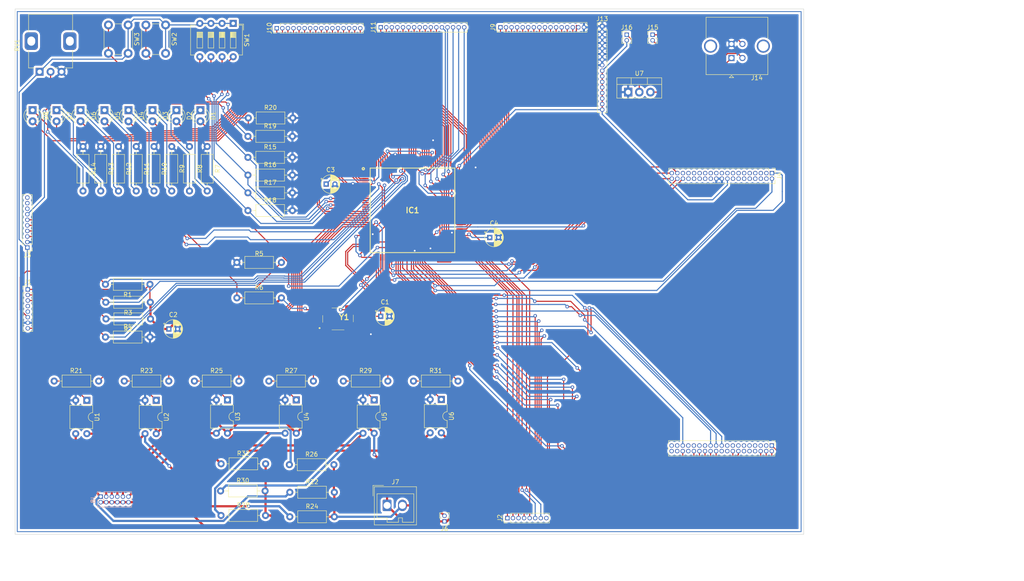
<source format=kicad_pcb>
(kicad_pcb (version 20221018) (generator pcbnew)
  (layers (0 "F.Cu" signal) (31 "B.Cu" signal) (34 "B.Paste" user) (35 "F.Paste" user) (36 "B.SilkS" user "B.Silkscreen") (37 "F.SilkS" user "F.Silkscreen") (38 "B.Mask" user) (39 "F.Mask" user) (44 "Edge.Cuts" user))
  (net 0 "")
  (net 1 "3V3")
  (net 2 "GND")
  (net 3 "Net-(D1-K)")
  (net 4 "LED0")
  (net 5 "Net-(D2-K)")
  (net 6 "LED1")
  (net 7 "Net-(D3-K)")
  (net 8 "LED2")
  (net 9 "Net-(D4-K)")
  (net 10 "LED3")
  (net 11 "Net-(D5-K)")
  (net 12 "LED4")
  (net 13 "Net-(D6-K)")
  (net 14 "LED5")
  (net 15 "Net-(D7-K)")
  (net 16 "LED6")
  (net 17 "Net-(D8-K)")
  (net 18 "LED7")
  (net 19 "TDO")
  (net 20 "TDI")
  (net 21 "TCK")
  (net 22 "TMS")
  (net 28 "Net-(IC1-PR9A)")
  (net 29 "DTRn")
  (net 30 "DCDn")
  (net 31 "DSRn")
  (net 32 "CTSn")
  (net 33 "RTSn")
  (net 34 "Tx")
  (net 35 "Rx")
  (net 39 "CLK")
  (net 40 "PA11")
  (net 41 "PA10")
  (net 42 "PA8")
  (net 43 "PA9")
  (net 44 "PC11")
  (net 45 "PC10")
  (net 46 "PC9")
  (net 47 "PC8")
  (net 48 "PC7")
  (net 49 "PC6")
  (net 50 "PC5")
  (net 51 "PC4")
  (net 52 "PC3")
  (net 53 "PC2")
  (net 54 "PC1")
  (net 55 "PC0")
  (net 56 "PB15")
  (net 57 "PB14")
  (net 58 "PB13")
  (net 59 "PB12")
  (net 60 "PB2")
  (net 61 "PB1")
  (net 62 "PB0")
  (net 63 "ADC_ALERT")
  (net 65 "ADC_SDA")
  (net 66 "ADC_SCL")
  (net 67 "OPTO6")
  (net 68 "OPTO5")
  (net 69 "OPTO4")
  (net 70 "OPTO3")
  (net 71 "OPTO2")
  (net 72 "OPTO1")
  (net 73 "KEY1")
  (net 74 "KEY0")
  (net 77 "SW3")
  (net 78 "SW2")
  (net 79 "SW1")
  (net 80 "SW0")
  (net 84 "Net-(J3-Pin_5)")
  (net 85 "A0")
  (net 86 "A1")
  (net 87 "A2")
  (net 88 "A3")
  (net 129 "VCC5V")
  (net 140 "Ext_VCC")
  (net 141 "Ext_GND")
  (net 142 "OUT1")
  (net 143 "OUT2")
  (net 144 "OUT3")
  (net 145 "OUT4")
  (net 146 "OUT5")
  (net 147 "OUT6")
  (net 148 "Net-(R21-Pad1)")
  (net 149 "Net-(R23-Pad1)")
  (net 150 "Net-(R25-Pad1)")
  (net 151 "Net-(R27-Pad1)")
  (net 152 "Net-(R29-Pad1)")
  (net 153 "Net-(R31-Pad1)")
  (net 154 "Net-(IC1-PT9A)")
  (net 155 "Net-(IC1-PT9B)")
  (net 156 "Net-(IC1-PT9C)")
  (net 157 "Net-(IC1-PT9D)")
  (net 158 "Net-(IC1-PT10A)")
  (net 159 "Net-(IC1-PT10B)")
  (net 160 "Net-(IC1-PT11A)")
  (net 161 "Net-(IC1-PT11B)")
  (net 162 "Net-(IC1-PT12A)")
  (net 163 "Net-(IC1-PT12B)")
  (net 164 "Net-(IC1-PT12C)")
  (net 165 "Net-(IC1-PT12D)")
  (net 166 "Net-(IC1-PT15A)")
  (net 167 "Net-(IC1-PT15B)")
  (net 168 "Net-(IC1-PT15C)")
  (net 169 "Net-(IC1-PT15D)")
  (net 170 "Net-(IC1-PT16B)")
  (net 171 "Net-(IC1-PT16C)")
  (net 172 "Net-(IC1-PT16D)")
  (net 173 "Net-(IC1-PT17A)")
  (net 174 "Net-(IC1-PT17B)")
  (net 175 "Net-(IC1-PT17C)")
  (net 176 "Net-(IC1-PT17D)")
  (net 177 "J11_8")
  (net 178 "J11_9")
  (net 179 "J11_10")
  (net 180 "J11_11")
  (net 181 "Net-(IC1-PR3A)")
  (net 182 "Net-(IC1-PR3B)")
  (net 183 "Net-(IC1-PR4A)")
  (net 184 "Net-(IC1-PR4B)")
  (net 185 "Net-(IC1-PR4C)")
  (net 186 "Net-(IC1-PR4D)")
  (net 187 "Net-(IC1-PR5A)")
  (net 188 "Net-(IC1-PR5B)")
  (net 189 "Net-(IC1-PR5C)")
  (net 190 "Net-(IC1-PR5D)")
  (net 191 "Net-(IC1-PR8A)")
  (net 192 "Net-(IC1-PR8B)")
  (net 193 "Net-(IC1-PR8C)")
  (net 194 "Net-(IC1-PR8D)")
  (net 195 "J11_16")
  (net 196 "J11_15")
  (net 197 "J11_14")
  (net 198 "J11_13")
  (net 199 "J11_12")
  (net 200 "Net-(J14-D-)")
  (net 201 "Net-(J14-D+)")
  (net 203 "Net-(J16-Pin_1)")
  (footprint "Connector_PinHeader_1.27mm:PinHeader_1x02_P1.27mm_Vertical" (layer "F.Cu") (at 179.6 35.9)
    (fp_text reference "J16")
    (fp_text value "Conn_01x02_Pin")
  )
  (footprint "Resistor_THT:R_Axial_DIN0207_L6.3mm_D2.5mm_P10.16mm_Horizontal" (layer "F.Cu") (at 102.7 140.4)
    (fp_text reference "R22")
    (fp_text value "4k7")
  )
  (footprint "Resistor_THT:R_Axial_DIN0207_L6.3mm_D2.5mm_P10.16mm_Horizontal" (layer "F.Cu") (at 90.62 96)
    (fp_text reference "R6")
    (fp_text value "0ohm")
  )
  (footprint "Resistor_THT:R_Axial_DIN0207_L6.3mm_D2.5mm_P10.16mm_Horizontal" (layer "F.Cu") (at 93.14 67.95)
    (fp_text reference "R16")
    (fp_text value "4k7")
  )
  (footprint "Resistor_THT:R_Axial_DIN0207_L6.3mm_D2.5mm_P10.16mm_Horizontal" (layer "F.Cu") (at 86.9 140.1)
    (fp_text reference "R30")
    (fp_text value "4k7")
  )
  (footprint "Button_Switch_THT:SW_PUSH_6mm_H4.3mm" (layer "F.Cu") (at 65.8 33.65 -90)
    (fp_text reference "SW3")
    (fp_text value "SW_Push")
  )
  (footprint "Connector_PinHeader_1.27mm:PinHeader_2x19_P1.27mm_Vertical" (layer "F.Cu") (at 212.74 67.5 -90)
    (fp_text reference "J4")
    (fp_text value "Conn_02x19_Odd_Even")
  )
  (footprint "LED_THT:LED_D3.0mm" (layer "F.Cu") (at 54.939596 53.12 -90)
    (fp_text reference "D6")
    (fp_text value "LED")
  )
  (footprint "Resistor_THT:R_Axial_DIN0207_L6.3mm_D2.5mm_P10.16mm_Horizontal" (layer "F.Cu") (at 70.78 92.9 180)
    (fp_text reference "R1")
    (fp_text value "4k7")
  )
  (footprint "Connector_PinHeader_1.27mm:PinHeader_1x02_P1.27mm_Vertical" (layer "F.Cu") (at 138 147.05 180)
    (fp_text reference "J6")
    (fp_text value "Conn_01x02")
  )
  (footprint "Capacitor_THT:CP_Radial_D4.0mm_P2.00mm" (layer "F.Cu") (at 148.327401 82.2)
    (fp_text reference "C4")
    (fp_text value "0.1uF")
  )
  (footprint "Resistor_THT:R_Axial_DIN0207_L6.3mm_D2.5mm_P10.16mm_Horizontal" (layer "F.Cu") (at 70.9 100.8 180)
    (fp_text reference "R2")
    (fp_text value "4k7")
  )
  (footprint "Resistor_THT:R_Axial_DIN0207_L6.3mm_D2.5mm_P10.16mm_Horizontal" (layer "F.Cu") (at 64.92 115)
    (fp_text reference "R23")
    (fp_text value "330R")
  )
  (footprint "Button_Switch_THT:SW_DIP_SPSTx04_Slide_6.7x11.72mm_W7.62mm_P2.54mm_LowProfile" (layer "F.Cu") (at 89.78 33.3 -90)
    (fp_text reference "SW1")
    (fp_text value "SW_DIP_x04")
  )
  (footprint "Resistor_THT:R_Axial_DIN0207_L6.3mm_D2.5mm_P10.16mm_Horizontal" (layer "F.Cu") (at 48.92 115)
    (fp_text reference "R21")
    (fp_text value "330R")
  )
  (footprint "Package_DIP:DIP-4_W7.62mm" (layer "F.Cu") (at 72.21 119.4 -90)
    (fp_text reference "U2")
    (fp_text value "PC817")
  )
  (footprint "CLK:CB3LV3C50M0000" (layer "F.Cu") (at 113.7 100.8)
    (fp_text reference "Y1")
    (fp_text value "CB3LV-3C-50M0000" hide)
  )
  (footprint "LCMXo2_prg:QFP50P2200X2200X160-144N" (layer "F.Cu") (at 130.7 76)
    (fp_text reference "IC1")
    (fp_text value "LCMXO2-1200ZE-1TG144C" hide)
  )
  (footprint "Package_DIP:DIP-4_W7.62mm" (layer "F.Cu") (at 137.275 119.2 -90)
    (fp_text reference "U6")
    (fp_text value "PC817")
  )
  (footprint "Resistor_THT:R_Axial_DIN0207_L6.3mm_D2.5mm_P10.16mm_Horizontal" (layer "F.Cu") (at 71.7 61.42 -90)
    (fp_text reference "R10")
    (fp_text value "220R")
  )
  (footprint "Connector_PinHeader_1.27mm:PinHeader_1x16_P1.27mm_Vertical" (layer "F.Cu") (at 150.77 34.2 90)
    (fp_text reference "J9")
    (fp_text value "Conn_01x16_Pin")
  )
  (footprint "Package_TO_SOT_THT:TO-220-3_Vertical" (layer "F.Cu") (at 179.92 49)
    (fp_text reference "U7")
    (fp_text value "LD1117S50TR_SOT223")
  )
  (footprint "Resistor_THT:R_Axial_DIN0207_L6.3mm_D2.5mm_P10.16mm_Horizontal" (layer "F.Cu") (at 97.92 115)
    (fp_text reference "R27")
    (fp_text value "330R")
  )
  (footprint "Resistor_THT:R_Axial_DIN0207_L6.3mm_D2.5mm_P10.16mm_Horizontal" (layer "F.Cu") (at 59.55 61.42 -90)
    (fp_text reference "R13")
    (fp_text value "220R")
  )
  (footprint "LED_THT:LED_D3.0mm" (layer "F.Cu") (at 49.469798 53.12 -90)
    (fp_text reference "D7")
    (fp_text value "LED")
  )
  (footprint "Resistor_THT:R_Axial_DIN0207_L6.3mm_D2.5mm_P10.16mm_Horizontal" (layer "F.Cu") (at 79.8 61.42 -90)
    (fp_text reference "R8")
    (fp_text value "220R")
  )
  (footprint "LED_THT:LED_D3.0mm" (layer "F.Cu") (at 44 53.12 -90)
    (fp_text reference "D8")
    (fp_text value "LED")
  )
  (footprint "Package_DIP:DIP-4_W7.62mm" (layer "F.Cu") (at 121.955 119.3 -90)
    (fp_text reference "U5")
    (fp_text value "PC817")
  )
  (footprint "Connector_PinHeader_1.27mm:PinHeader_1x16_P1.27mm_Vertical" (layer "F.Cu") (at 99.73 34.4 90)
    (fp_text reference "J10")
    (fp_text value "Conn_01x16_Pin")
  )
  (footprint "LED_THT:LED_D3.0mm" (layer "F.Cu") (at 65.879192 53.12 -90)
    (fp_text reference "D4")
    (fp_text value "LED")
  )
  (footprint "Resistor_THT:R_Axial_DIN0207_L6.3mm_D2.5mm_P10.16mm_Horizontal" (layer "F.Cu") (at 80.92 115)
    (fp_text reference "R25")
    (fp_text value "330R")
  )
  (footprint "Resistor_THT:R_Axial_DIN0207_L6.3mm_D2.5mm_P10.16mm_Horizontal" (layer "F.Cu") (at 63.6 61.42 -90)
    (fp_text reference "R12")
    (fp_text value "220R")
  )
  (footprint "Resistor_THT:R_Axial_DIN0207_L6.3mm_D2.5mm_P10.16mm_Horizontal" (layer "F.Cu") (at 93.14 63.9)
    (fp_text reference "R15")
    (fp_text value "4k7")
  )
  (footprint "Resistor_THT:R_Axial_DIN0207_L6.3mm_D2.5mm_P10.16mm_Horizontal" (layer "F.Cu") (at 87 145.7)
    (fp_text reference "R28")
    (fp_text value "4k7")
  )
  (footprint "Resistor_THT:R_Axial_DIN0207_L6.3mm_D2.5mm_P10.16mm_Horizontal" (layer "F.Cu") (at 93.14 59.1)
    (fp_text reference "R19")
    (fp_text value "4k7")
  )
  (footprint "Potentiometer_THT:Potentiometer_Alps_RK09K_Single_Vertical" (layer "F.Cu") (at 45.6 44.35 90)
    (fp_text reference "RV1")
    (fp_text value "R_Potentiometer")
  )
  (footprint "Package_DIP:DIP-4_W7.62mm" (layer "F.Cu") (at 88.475 119.3 -90)
    (fp_text reference "U3")
    (fp_text value "PC817")
  )
  (footprint "Resistor_THT:R_Axial_DIN0207_L6.3mm_D2.5mm_P10.16mm_Horizontal" (layer "F.Cu") (at 114.92 115)
    (fp_text reference "R29")
    (fp_text value "330R")
  )
  (footprint "LED_THT:LED_D3.0mm" (layer "F.Cu") (at 60.409394 53.12 -90)
    (fp_text reference "D5")
    (fp_text value "LED")
  )
  (footprint "Capacitor_THT:CP_Radial_D4.0mm_P2.00mm" (layer "F.Cu") (at 75.1 103.1)
    (fp_text reference "C2")
    (fp_text value "0.1uF")
  )
  (footprint "Connector_PinHeader_1.27mm:PinHeader_1x16_P1.27mm_Vertical" (layer "F.Cu") (at 174 33.95)
    (fp_text reference "J13")
    (fp_text value "Conn_01x16_Pin")
  )
  (footprint "Capacitor_THT:CP_Radial_D4.0mm_P2.00mm" (layer "F.Cu") (at 123.427401 100.2)
    (fp_text reference "C1")
    (fp_text value "0.1uF")
  )
  (footprint "Resistor_THT:R_Axial_DIN0207_L6.3mm_D2.5mm_P10.16mm_Horizontal" (layer "F.Cu") (at 70.86 97 180)
    (fp_text reference "R3")
    (fp_text value "4k7")
  )
  (footprint "Button_Switch_THT:SW_PUSH_6mm_H4.3mm" (layer "F.Cu") (at 74.35 33.65 -90)
    (fp_text reference "SW2")
    (fp_text value "SW_Push")
  )
  (footprint "Resistor_THT:R_Axial_DIN0207_L6.3mm_D2.5mm_P10.16mm_Horizontal" (layer "F.Cu") (at 67.65 61.42 -90)
    (fp_text reference "R11")
    (fp_text value "220R")
  )
  (footprint "Connector_PinHeader_1.27mm:PinHeader_1x16_P1.27mm_Vertical" (layer "F.Cu") (at 123.45 34.2 90)
    (fp_text reference "J11")
    (fp_text value "Conn_01x16_Pin")
  )
  (footprint "Connector_Wago:Wago_734-132_1x02_P3.50mm_Vertical" (layer "F.Cu") (at 124.9 143.4)
    (fp_text reference "J7")
    (fp_text value "Conn_01x02")
  )
  (footprint "Resistor_THT:R_Axial_DIN0207_L6.3mm_D2.5mm_P10.16mm_Horizontal" (layer "F.Cu") (at 83.85 61.42 -90)
    (fp_text reference "R7")
    (fp_text value "220R")
  )
  (footprint "Resistor_THT:R_Axial_DIN0207_L6.3mm_D2.5mm_P10.16mm_Horizontal" (layer "F.Cu") (at 90.62 87.9)
    (fp_text reference "R5")
    (fp_text value "0ohm")
  )
  (footprint "Connector_PinHeader_1.27mm:PinHeader_1x08_P1.27mm_Vertical" (layer "F.Cu") (at 152.36 146.3 90)
    (fp_text reference "J2")
    (fp_text value "Conn_01x08_Pin")
  )
  (footprint "Resistor_THT:R_Axial_DIN0207_L6.3mm_D2.5mm_P10.16mm_Horizontal" (layer "F.Cu") (at 75.75 61.42 -90)
    (fp_text reference "R9")
    (fp_text value "220R")
  )
  (footprint "LED_THT:LED_D3.0mm" (layer "F.Cu") (at 82.288586 53.12 -90)
    (fp_text reference "D1")
    (fp_text value "LED")
  )
  (footprint "Resistor_THT:R_Axial_DIN0207_L6.3mm_D2.5mm_P10.16mm_Horizontal" (layer "F.Cu") (at 93.14 72)
    (fp_text reference "R17")
    (fp_text value "4k7")
  )
  (footprint "Connector_PinHeader_1.27mm:PinHeader_1x02_P1.27mm_Vertical" (layer "F.Cu") (at 185.5 35.9)
    (fp_text reference "J15")
    (fp_text value "Conn_01x02_Pin")
  )
  (footprint "Resistor_THT:R_Axial_DIN0207_L6.3mm_D2.5mm_P10.16mm_Horizontal" (layer "F.Cu") (at 93.14 76.05)
    (fp_text reference "R18")
    (fp_text value "4k7")
  )
  (footprint "Resistor_THT:R_Axial_DIN0207_L6.3mm_D2.5mm_P10.16mm_Horizontal" (layer "F.Cu") (at 102.6 134.1)
    (fp_text reference "R26")
    (fp_text value "4k7")
  )
  (footprint "Connector_PinHeader_1.27mm:PinHeader_1x10_P1.27mm_Vertical" (layer "F.Cu") (at 42.8 84.52 180)
    (fp_text reference "J3")
    (fp_text value "Conn_01x10_Pin")
  )
  (footprint "Connector_PinHeader_1.27mm:PinHeader_2x19_P1.27mm_Vertical" (layer "F.Cu") (at 212.7 129.73 -90)
    (fp_text reference "J5" hide)
    (fp_text value "Conn_02x19_Odd_Even")
  )
  (footprint "Resistor_THT:R_Axial_DIN0207_L6.3mm_D2.5mm_P10.16mm_Horizontal" (layer "F.Cu") (at 102.7 146)
    (fp_text reference "R24")
    (fp_text value "4k7")
  )
  (footprint "Resistor_THT:R_Axial_DIN0207_L6.3mm_D2.5mm_P10.16mm_Horizontal" (layer "F.Cu") (at 55.5 61.42 -90)
    (fp_text reference "R14")
    (fp_text value "220R")
  )
  (footprint "Resistor_THT:R_Axial_DIN0207_L6.3mm_D2.5mm_P10.16mm_Horizontal" (layer "F.Cu") (at 87.02 133.9)
    (fp_text reference "R32")
    (fp_text value "4k7")
  )
  (footprint "Resistor_THT:R_Axial_DIN0207_L6.3mm_D2.5mm_P10.16mm_Horizontal" (layer "F.Cu") (at 60.62 104.95)
    (fp_text reference "R4")
    (fp_text value "4k7")
  )
  (footprint "Connector_PinHeader_1.27mm:PinHeader_1x08_P1.27mm_Vertical" (layer "F.Cu") (at 42.9 94.06)
    (fp_text reference "J1")
    (fp_text value "Conn_01x08_Pin")
  )
  (footprint "Capacitor_THT:CP_Radial_D4.0mm_P2.00mm" (layer "F.Cu") (at 111 70)
    (fp_text reference "C3")
    (fp_text value "0.1uF")
  )
  (footprint "LED_THT:LED_D3.0mm" (layer "F.Cu") (at 71.34899 53.12 -90)
    (fp_text reference "D3")
    (fp_text value "LED")
  )
  (footprint "Connector_USB:USB_B_Amphenol_MUSB-D511_Vertical_Rugged" (layer "F.Cu") (at 203.5 41.2 180)
    (fp_text reference "J14")
    (fp_text value "USB_B")
  )
  (footprint "LED_THT:LED_D3.0mm" (layer "F.Cu") (at 76.818788 53.12 -90)
    (fp_text reference "D2")
    (fp_text value "LED")
  )
  (footprint "Package_DIP:DIP-4_W7.62mm" (layer "F.Cu") (at 56.375 119.4 -90)
    (fp_text reference "U1")
    (fp_text value "PC817")
  )
  (footprint "Resistor_THT:R_Axial_DIN0207_L6.3mm_D2.5mm_P10.16mm_Horizontal" (layer "F.Cu") (at 130.92 115)
    (fp_text reference "R31")
    (fp_text value "330R")
  )
  (footprint "Package_DIP:DIP-4_W7.62mm" (layer "F.Cu") (at 104.175 119.3 -90)
    (fp_text reference "U4")
    (fp_text value "PC817")
  )
  (footprint "Resistor_THT:R_Axial_DIN0207_L6.3mm_D2.5mm_P10.16mm_Horizontal" (layer "F.Cu") (at 93.22 54.9)
    (fp_text reference "R20")
    (fp_text value "4k7")
  )
  (footprint "Connector_PinHeader_1.27mm:PinHeader_2x06_P1.27mm_Vertical" (layer "B.Cu") (at 59.53 141.4 -90)
    (fp_text reference "J8")
    (fp_text value "Conn_02x06_Odd_Even")
  )
  (gr_rect (start 40.5 30.6) (end 219.4 149.4) (stroke (width 0.2)) (fill none) (layer "B.Cu"))
  (gr_rect (start 40 30) (end 220 150) (stroke (width 0.1)) (fill none) (layer "Edge.Cuts"))
  (gr_text "GND" (at 176 35.4 270) (layer "F.Cu") (effects (font (size 0.75 0.75) (thickness 0.1875) bold) (justify left bottom)))
  (gr_text "GND 9A 8D 8C 8B 8A 5D 5C 5B 5A 4D 4C 4B 4A 3B 3A" (at 170 32.3 180) (layer "F.Cu") (effects (font (size 0.45 0.45) (thickness 0.1) bold) (justify left bottom)))
  (gr_text "PC9" (at 214.5 129.9) (layer "F.Cu") (effects (font (size 0.75 0.75) (thickness 0.1875) bold) (justify left bottom)))
  (gr_text "RxTx" (at 146.7 144.4) (layer "F.Cu") (effects (font (size 1.5 1.5) (thickness 0.3) bold) (justify left bottom)))
  (gr_text "J pwr" (at 178.1 33.3) (layer "F.Cu") (effects (font (size 0.75 0.75) (thickness 0.1875) bold) (justify left bottom)))
  (gr_text "PC10" (at 212 65.7) (layer "F.Cu") (effects (font (size 0.75 0.75) (thickness 0.1875) bold) (justify left bottom)))
  (gr_text "PC8" (at 214.5 131.5) (layer "F.Cu") (effects (font (size 0.75 0.75) (thickness 0.1875) bold) (justify left bottom)))
  (gr_text "Optic \nOutput" (at 49.5 144.4) (layer "F.Cu") (effects (font (size 1.5 1.5) (thickness 0.3) bold) (justify left bottom)))
  (gr_text "Rx Tx RTSn CTSn DTRn DSRn DCDn" (at 151 148.5) (layer "F.Cu") (effects (font (size 0.4 0.4) (thickness 0.1) bold) (justify left bottom)))
  (gr_text "JTAG" (at 42.1 105.3 -90) (layer "F.Cu") (effects (font (size 1.5 1.5) (thickness 0.3) bold) (justify left bottom)))
  (gr_text "ADC" (at 42.2 66.5 270) (layer "F.Cu") (effects (font (size 1.5 1.5) (thickness 0.3) bold) (justify left bottom)))
  (gr_text "3v3" (at 175.9 45.4 270) (layer "F.Cu") (effects (font (size 0.75 0.75) (thickness 0.1875) bold) (justify left bottom)))
  (gr_text "D+\nD-" (at 182.3 37.5) (layer "F.Cu") (effects (font (size 0.75 0.75) (thickness 0.1875) bold) (justify left bottom)))
  (gr_text "MRBx10" (at 201.5 55.4) (layer "F.Cu") (effects (font (size 1.5 1.5) (thickness 0.3) bold) (justify left bottom)))
  (gr_text "STM docking" (at 194 99.9) (layer "F.Cu") (effects (font (size 1.5 1.5) (thickness 0.3) bold) (justify left bottom)))
  (gr_text "SW" (at 95.8 34.8 180) (layer "F.Cu") (effects (font (size 1.5 1.5) (thickness 0.3) bold) (justify left bottom)))
  (segment (start 70.78 92.9) (end 70.78 96.92) (width 0.25) (layer "F.Cu") (net 1))
  (segment (start 75.1 103.1) (end 79.6 98.6) (width 0.5) (layer "F.Cu") (net 1))
  (segment (start 121.95 65.262) (end 121.95 69.45) (width 0.25) (layer "F.Cu") (net 1))
  (segment (start 139.4 67.8) (end 139.4 69.4) (width 0.25) (layer "F.Cu") (net 1))
  (segment (start 126.45 65.262) (end 126.45 63.95) (width 0.25) (layer "F.Cu") (net 1))
  (segment (start 79.6 98.6) (end 99.2 98.6) (width 0.5) (layer "F.Cu") (net 1))
  (segment (start 123.427401 100.2) (end 123.427401 97.588395) (width 0.25) (layer "F.Cu") (net 1))
  (segment (start 139.425 86.725) (end 139.425 82.7255) (width 0.25) (layer "F.Cu") (net 1))
  (segment (start 111.16 98.7) (end 111.16 102.9) (width 0.25) (layer "F.Cu") (net 1))
  (segment (start 139.6745 72.1) (end 139.6745 70.2255) (width 0.25) (layer "F.Cu") (net 1))
  (segment (start 70.78 96.92) (end 70.86 97) (width 0.25) (layer "F.Cu") (net 1))
  (segment (start 73.2 103.1) (end 70.9 100.8) (width 0.5) (layer "F.Cu") (net 1))
  (segment (start 112.66 100.2) (end 123.427401 100.2) (width 0.25) (layer "F.Cu") (net 1))
  (segment (start 140.4005 81.75) (end 141.438 81.75) (width 0.25) (layer "F.Cu") (net 1))
  (segment (start 120.287701 91.687701) (end 121.95 90.025402) (width 0.25) (layer "F.Cu") (net 1))
  (segment (start 139.45 87.75) (end 139.45 86.738) (width 0.25) (layer "F.Cu") (net 1))
  (segment (start 134.95 65.262) (end 134.95 66.2995) (width 0.25) (layer "F.Cu") (net 1))
  (segment (start 99.2 98.6) (end 99.2 97.58) (width 0.5) (layer "F.Cu") (net 1))
  (segment (start 139.95 69.95) (end 140.25 70.25) (width 0.25) (layer "F.Cu") (net 1))
  (segment (start 140.4005 77.25) (end 139.6745 76.524) (width 0.25) (layer "F.Cu") (net 1))
  (segment (start 99.2 97.58) (end 100.78 96) (width 0.5) (layer "F.Cu") (net 1))
  (segment (start 141.4 65.8) (end 141.4 67.212) (width 0.25) (layer "F.Cu") (net 1))
  (segment (start 132.45 63.05) (end 132.2 62.8) (width 0.25) (layer "F.Cu") (net 1))
  (segment (start 121.15 70.25) (end 119.962 70.25) (width 0.25) (layer "F.Cu") (net 1))
  (segment (start 140.25 70.25) (end 141.438 70.25) (width 0.25) (layer "F.Cu") (net 1))
  (segment (start 121.8 69.6) (end 121.15 70.25) (width 0.25) (layer "F.Cu") (net 1))
  (segment (start 111.16 98.7) (end 106.4745 98.7) (width 0.25) (layer "F.Cu") (net 1))
  (segment (start 69.62 94.06) (end 70.78 92.9) (width 0.25) (layer "F.Cu") (net 1))
  (segment (start 132.45 65.262) (end 132.45 63.05) (width 0.25) (layer "F.Cu") (net 1))
  (segment (start 139.6745 70.2255) (end 139.95 69.95) (width 0.25) (layer "F.Cu") (net 1))
  (segment (start 106.4745 98.7) (end 106.1745 98.4) (width 0.25) (layer "F.Cu") (net 1))
  (segment (start 118.7 86.3) (end 119.138 86.738) (width 0.25) (layer "F.Cu") (net 1))
  (segment (start 136.45 86.738) (end 136.45 87.7755) (width 0.25) (layer "F.Cu") (net 1))
  (segment (start 119.138 86.738) (end 121.95 86.738) (width 0.25) (layer "F.Cu") (net 1))
  (segment (start 126.45 63.95) (end 125 62.5) (width 0.25) (layer "F.Cu") (net 1))
  (segment (start 143.3245 81.75) (end 143.6 81.4745) (width 0.25) (layer "F.Cu") (net 1))
  (segment (start 139.6745 76.524) (end 139.6745 72.1) (width 0.25) (layer "F.Cu") (net 1))
  (segment (start 134.95 66.2995) (end 134.462395 66.787105) (width 0.25) (layer "F.Cu") (net 1))
  (segment (start 119.962 81.75) (end 118.05 81.75) (width 0.25) (layer "F.Cu") (net 1))
  (segment (start 174 53) (end 174 44.11) (width 0.25) (layer "F.Cu") (net 1))
  (segment (start 70.9 100.8) (end 70.9 97.04) (width 0.5) (layer "F.Cu") (net 1))
  (segment (start 141.4 65.8) (end 139.4 67.8) (width 0.25) (layer "F.Cu") (net 1))
  (segment (start 135.2 62.8) (end 134.95 63.05) (width 0.25) (layer "F.Cu") (net 1))
  (segment (start 75.1 103.1) (end 73.2 103.1) (width 0.5) (layer "F.Cu") (net 1))
  (segment (start 123.427401 97.588395) (end 118.907204 93.068198) (width 0.25) (layer "F.Cu") (net 1))
  (segment (start 141.438 77.25) (end 140.4005 77.25) (width 0.25) (layer "F.Cu") (net 1))
  (segment (start 139.438 86.738) (end 139.425 86.725) (width 0.25) (layer "F.Cu") (net 1))
  (segment (start 118.05 81.75) (end 117.8 82) (width 0.25) (layer "F.Cu") (net 1))
  (segment (start 70.9 97.04) (end 70.86 97) (width 0.5) (layer "F.Cu") (net 1))
  (segment (start 139.4 69.4) (end 139.95 69.95) (width 0.25) (layer "F.Cu") (net 1))
  (segment (start 134.95 63.05) (end 134.95 65.262) (width 0.25) (layer "F.Cu") (net 1))
  (segment (start 42.9 94.06) (end 69.62 94.06) (width 0.25) (layer "F.Cu") (net 1))
  (segment (start 141.4 67.212) (end 141.438 67.25) (width 0.25) (layer "F.Cu") (net 1))
  (segment (start 111.16 98.7) (end 112.66 100.2) (width 0.25) (layer "F.Cu") (net 1))
  (segment (start 118.7 86.012) (end 119.962 84.75) (width 0.25) (layer "F.Cu") (net 1))
  (segment (start 121.95 90.025402) (end 121.95 86.738) (width 0.25) (layer "F.Cu") (net 1))
  (segment (start 136.45 87.7755) (end 136.475 87.8005) (width 0.25) (layer "F.Cu") (net 1))
  (segment (start 121.95 69.45) (end 121.8 69.6) (width 0.25) (layer "F.Cu") (net 1))
  (segment (start 136.475 87.8005) (end 139.3995 87.8005) (width 0.25) (layer "F.Cu") (net 1))
  (segment (start 134.462395 66.787105) (end 133.679109 66.787105) (width 0.25) (layer "F.Cu") (net 1))
  (segment (start 139.45 86.738) (end 139.438 86.738) (width 0.25) (layer "F.Cu") (net 1))
  (segment (start 141.438 81.75) (end 143.3245 81.75) (width 0.25) (layer "F.Cu") (net 1))
  (segment (start 118.7 86.3) (end 118.7 86.012) (width 0.25) (layer "F.Cu") (net 1))
  (segment (start 139.3995 87.8005) (end 139.45 87.75) (width 0.25) (layer "F.Cu") (net 1))
  (segment (start 139.425 82.7255) (end 140.4005 81.75) (width 0.25) (layer "F.Cu") (net 1))
  (via (at 121.8 69.6) (size 0.8) (drill 0.4) (layers "F.Cu" "B.Cu") (net 1))
  (via (at 118.907204 93.068198) (size 0.8) (drill 0.4) (layers "F.Cu" "B.Cu") (net 1))
  (via (at 133.679109 66.787105) (size 0.8) (drill 0.4) (layers "F.Cu" "B.Cu") (net 1))
  (via (at 125 62.5) (size 0.8) (drill 0.4) (layers "F.Cu" "B.Cu") (net 1))
  (via (at 118.7 86.3) (size 0.8) (drill 0.4) (layers "F.Cu" "B.Cu") (net 1))
  (via (at 117.8 82) (size 0.8) (drill 0.4) (layers "F.Cu" "B.Cu") (net 1))
  (via (at 139.6745 72.1) (size 0.8) (drill 0.4) (layers "F.Cu" "B.Cu") (net 1))
  (via (at 141.4 65.8) (size 0.8) (drill 0.4) (layers "F.Cu" "B.Cu") (net 1))
  (via (at 135.2 62.8) (size 0.8) (drill 0.4) (layers "F.Cu" "B.Cu") (net 1))
  (via (at 106.1745 98.4) (size 0.8) (drill 0.4) (layers "F.Cu" "B.Cu") (net 1))
  (via (at 120.287701 91.687701) (size 0.8) (drill 0.4) (layers "F.Cu" "B.Cu") (net 1))
  (via (at 143.6 81.4745) (size 0.8) (drill 0.4) (layers "F.Cu" "B.Cu") (net 1))
  (via (at 132.2 62.8) (size 0.8) (drill 0.4) (layers "F.Cu" "B.Cu") (net 1))
  (segment (start 117.8 85.4) (end 118.7 86.3) (width 0.25) (layer "B.Cu") (net 1))
  (segment (start 174 53) (end 174 54.056727) (width 0.25) (layer "B.Cu") (net 1))
  (segment (start 74.35 33.65) (end 74.35 40.15) (width 0.25) (layer "B.Cu") (net 1))
  (segment (start 132.743201 66.787105) (end 132.198115 67.332191) (width 0.25) (layer "B.Cu") (net 1))
  (segment (start 117.8 82) (end 117.8 85.4) (width 0.25) (layer "B.Cu") (net 1))
  (segment (start 40.925 82.645) (end 42.8 84.52) (width 0.25) (layer "B.Cu") (net 1))
  (segment (start 125 62.5) (end 125 63.1) (width 0.25) (layer "B.Cu") (net 1))
  (segment (start 125 63.1) (end 123 65.1) (width 0.25) (layer "B.Cu") (net 1))
  (segment (start 40.925 49.025) (end 40.925 82.645) (width 0.25) (layer "B.Cu") (net 1))
  (segment (start 132.198115 69.998115) (end 134.3 72.1) (width 0.25) (layer "B.Cu") (net 1))
  (segment (start 144.3255 82.2) (end 148.327401 82.2) (width 0.25) (layer "B.Cu") (net 1))
  (segment (start 132.2 62.8) (end 135.2 62.8) (width 0.25) (layer "B.Cu") (net 1))
  (segment (start 123 65.1) (end 123 68.4) (width 0.25) (layer "B.Cu") (net 1))
  (segment (start 42.8 84.52) (end 42.8 93.96) (width 0.25) (layer "B.Cu") (net 1))
  (segment (start 132.198115 67.332191) (end 132.198115 69.998115) (width 0.25) (layer "B.Cu") (net 1))
  (segment (start 133.679109 66.787105) (end 132.743201 66.787105) (width 0.25) (layer "B.Cu") (net 1))
  (segment (start 45.6 44.35) (end 48.475 41.475) (width 0.25) (layer "B.Cu") (net 1))
  (segment (start 202.58 70.22) (end 202.58 68.77) (width 0.25) (layer "B.Cu") (net 1))
  (segment (start 73.025 32.325) (end 74.35 33.65) (width 0.25) (layer "B.Cu") (net 1))
  (segment (start 186.121636 66.178364) (end 186.2 66.256727) (width 0.25) (layer "B.Cu") (net 1))
  (segment (start 118.907204 93.068198) (end 120.287701 91.687701) (width 0.25) (layer "B.Cu") (net 1))
  (segment (start 179.6 38.51) (end 174 44.11) (width 0.25) (layer "B.Cu") (net 1))
  (segment (start 65.8 33.65) (end 67.125 32.325) (width 0.25) (layer "B.Cu") (net 1))
  (segment (start 64.475 41.475) (end 65.8 40.15) (width 0.25) (layer "B.Cu") (net 1))
  (segment (start 106.1745 98.4) (end 103.18 98.4) (width 0.25) (layer "B.Cu") (net 1))
  (segment (start 74.35 33.65) (end 81.81 33.65) (width 0.25) (layer "B.Cu") (net 1))
  (segment (start 143.6 81.4745) (end 144.3255 82.2) (width 0.25) (layer "B.Cu") (net 1))
  (segment (start 134.3 72.1) (end 139.6745 72.1) (width 0.25) (layer "B.Cu") (net 1))
  (segment (start 87.24 33.3) (end 89.78 33.3) (width 0.25) (layer "B.Cu") (net 1))
  (segment (start 111.925 69.075) (end 121.275 69.075) (width 0.25) (layer "B.Cu") (net 1))
  (segment (start 45.6 44.35) (end 40.925 49.025) (width 0.25) (layer "B.Cu") (net 1))
  (segment (start 84.7 33.3) (end 87.24 33.3) (width 0.25) (layer "B.Cu") (net 1))
  (segment (start 111 70) (end 111.925 69.075) (width 0.25) (layer "B.Cu") (net 1))
  (segment (start 103.18 98.4) (end 100.78 96) (width 0.25) (layer "B.Cu") (net 1))
  (segment (start 82.16 33.3) (end 84.7 33.3) (width 0.25) (layer "B.Cu") (net 1))
  (segment (start 199.2 73.6) (end 202.58 70.22) (width 0.25) (layer "B.Cu") (net 1))
  (segment (start 174 53) (end 154.2 53) (width 0.25) (layer "B.Cu") (net 1))
  (segment (start 81.81 33.65) (end 82.16 33.3) (width 0.25) (layer "B.Cu") (net 1))
  (segment (start 48.475 41.475) (end 64.475 41.475) (width 0.25) (layer "B.Cu") (net 1))
  (segment (start 174 54.056727) (end 186.121636 66.178364) (width 0.25) (layer "B.Cu") (net 1))
  (segment (start 131.9 62.5) (end 125 62.5) (width 0.25) (layer "B.Cu") (net 1))
  (segment (start 186.121636 66.178364) (end 193.543272 73.6) (width 0.25) (layer "B.Cu") (net 1))
  (segment (start 42.8 93.96) (end 42.9 94.06) (width 0.25) (layer "B.Cu") (net 1))
  (segment (start 65.8 40.15) (end 65.8 33.65) (width 0.25) (layer "B.Cu") (net 1))
  (segment (start 193.543272 73.6) (end 199.2 73.6) (width 0.25) (layer "B.Cu") (net 1))
  (segment (start 154.2 53) (end 141.4 65.8) (width 0.25) (layer "B.Cu") (net 1))
  (segment (start 132.2 62.8) (end 131.9 62.5) (width 0.25) (layer "B.Cu") (net 1))
  (segment (start 121.275 69.075) (end 121.8 69.6) (width 0.25) (layer "B.Cu") (net 1))
  (segment (start 179.6 37.17) (end 179.6 38.51) (width 0.25) (layer "B.Cu") (net 1))
  (segment (start 67.125 32.325) (end 73.025 32.325) (width 0.25) (layer "B.Cu") (net 1))
  (segment (start 123 68.4) (end 121.8 69.6) (width 0.25) (layer "B.Cu") (net 1))
  (segment (start 141.463 70.775) (end 142.314104 70.775) (width 0.25) (layer "F.Cu") (net 2))
  (segment (start 142.339104 70.75) (end 141.438 70.75) (width 0.25) (layer "F.Cu") (net 2))
  (segment (start 117.95 70.75) (end 117.1 69.9) (width 0.25) (layer "F.Cu") (net 2))
  (segment (start 142.314104 70.775) (end 145.1 67.989104) (width 0.25) (layer "F.Cu") (net 2))
  (segment (start 135.45 85.35) (end 135.45 86.738) (width 0.25) (layer "F.Cu") (net 2))
  (segment (start 141.438 81.25) (end 139.85 81.25) (width 0.25) (layer "F.Cu") (net 2))
  (segment (start 116.24 102.9) (end 119.8 102.9) (width 0.25) (layer "F.Cu") (net 2))
  (segment (start 126.45 86.738) (end 126.45 85.7005) (width 0.25) (layer "F.Cu") (net 2))
  (segment (start 135.95 65.262) (end 135.95 60.55) (width 0.25) (layer "F.Cu") (net 2))
  (segment (start 129.1 85.2) (end 131.1755 85.2) (width 0.25) (layer "F.Cu") (net 2))
  (segment (start 126.95 63.424) (end 126.7505 63.2245) (width 0.25) (layer "F.Cu") (net 2))
  (segment (start 135.95 66.2995) (end 134.617004 67.632496) (width 0.25) (layer "F.Cu") (net 2))
  (segment (start 131.95 65.262) (end 131.95 66.659381) (width 0.25) (layer "F.Cu") (net 2))
  (segment (start 119.962 81.25) (end 121.4213 81.25) (width 0.25) (layer "F.Cu") (net 2))
  (segment (start 131.95 66.659381) (end 132.923115 67.632496) (width 0.25) (layer "F.Cu") (net 2))
  (segment (start 129.275 85.2) (end 129.95 85.875) (width 0.25) (layer "F.Cu") (net 2))
  (segment (start 121.4213 81.25) (end 121.619095 81.447795) (width 0.25) (layer "F.Cu") (net 2))
  (segment (start 126.45 85.7005) (end 126.9505 85.2) (width 0.25) (layer "F.Cu") (net 2))
  (segment (start 119.8 102.9) (end 121.2 104.3) (width 0.25) (layer "F.Cu") (net 2))
  (segment (start 126.9505 85.2) (end 129.1 85.2) (width 0.25) (layer "F.Cu") (net 2))
  (segment (start 129.1 85.2) (end 129.275 85.2) (width 0.25) (layer "F.Cu") (net 2))
  (segment (start 134.8 84.7) (end 135.45 85.35) (width 0.25) (layer "F.Cu") (net 2))
  (segment (start 126.95 65.262) (end 126.95 63.424) (width 0.25) (layer "F.Cu") (net 2))
  (segment (start 134.617004 67.632496) (end 132.923115 67.632496) (width 0.25) (layer "F.Cu") (net 2))
  (segment (start 119.962 70.75) (end 117.95 70.75) (width 0.25) (layer "F.Cu") (net 2))
  (segment (start 135.95 60.55) (end 135.4 60) (width 0.25) (layer "F.Cu") (net 2))
  (segment (start 131.1755 85.2) (end 131.2 85.2245) (width 0.25) (layer "F.Cu") (net 2))
  (segment (start 139.85 81.25) (end 139.7 81.1) (width 0.25) (layer "F.Cu") (net 2))
  (segment (start 145.1 67.989104) (end 145.1 66.2) (width 0.25) (layer "F.Cu") (net 2))
  (segment (start 129.95 85.875) (end 129.95 86.738) (width 0.25) (layer "F.Cu") (net 2))
  (segment (start 141.438 70.75) (end 141.463 70.775) (width 0.25) (layer "F.Cu") (net 2))
  (segment (start 135.95 65.262) (end 135.95 66.2995) (width 0.25) (layer "F.Cu") (net 2))
  (via (at 131.2 85.2245) (size 0.8) (drill 0.4) (layers "F.Cu" "B.Cu") (net 2))
  (via (at 117.1 69.9) (size 0.8) (drill 0.4) (layers "F.Cu" "B.Cu") (net 2))
  (via (at 121.2 104.3) (size 0.8) (drill 0.4) (layers "F.Cu" "B.Cu") (net 2))
  (via (at 139.7 81.1) (size 0.8) (drill 0.4) (layers "F.Cu" "B.Cu") (net 2))
  (via (at 121.619095 81.447795) (size 0.8) (drill 0.4) (layers "F.Cu" "B.Cu") (net 2))
  (via (at 134.8 84.7) (size 0.8) (drill 0.4) (layers "F.Cu" "B.Cu") (net 2))
  (via (at 135.4 60) (size 0.8) (drill 0.4) (layers "F.Cu" "B.Cu") (net 2))
  (via (at 126.7505 63.2245) (size 0.8) (drill 0.4) (layers "F.Cu" "B.Cu") (net 2))
  (via (at 132.923115 67.632496) (size 0.8) (drill 0.4) (layers "F.Cu" "B.Cu") (net 2))
  (via (at 145.1 66.2) (size 0.8) (drill 0.4) (layers "F.Cu" "B.Cu") (net 2))
  (segment (start 138.4 81.1) (end 134.8 84.7) (width 0.25) (layer "B.Cu") (net 2))
  (segment (start 131.7245 84.7) (end 134.8 84.7) (width 0.25) (layer "B.Cu") (net 2))
  (segment (start 139.7 81.1) (end 138.4 81.1) (width 0.25) (layer "B.Cu") (net 2))
  (segment (start 131.2 85.2245) (end 131.7245 84.7) (width 0.25) (layer "B.Cu") (net 2))
  (segment (start 81.063586 54.345) (end 82.288586 53.12) (width 0.25) (layer "B.Cu") (net 3))
  (segment (start 81.063586 68.793586) (end 81.063586 54.345) (width 0.25) (layer "B.Cu") (net 3))
  (segment (start 83.85 71.58) (end 81.063586 68.793586) (width 0.25) (layer "B.Cu") (net 3))
  (segment (start 85.06802 56.95) (end 83.578586 56.95) (width 0.25) (layer "F.Cu") (net 4))
  (segment (start 105.739104 48.15) (end 93.86802 48.15) (width 0.25) (layer "F.Cu") (net 4))
  (segment (start 116.426354 58.83725) (end 105.739104 48.15) (width 0.25) (layer "F.Cu") (net 4))
  (segment (start 116.426354 63.714354) (end 116.426354 58.83725) (width 0.25) (layer "F.Cu") (net 4))
  (segment (start 83.578586 56.95) (end 82.288586 55.66) (width 0.25) (layer "F.Cu") (net 4))
  (segment (start 119.962 67.25) (end 116.426354 63.714354) (width 0.25) (layer "F.Cu") (net 4))
  (segment (start 93.86802 48.15) (end 85.06802 56.95) (width 0.25) (layer "F.Cu") (net 4))
  (segment (start 75.593788 58.804779) (end 75.593788 54.345) (width 0.25) (layer "B.Cu") (net 5))
  (segment (start 75.593788 54.345) (end 76.818788 53.12) (width 0.25) (layer "B.Cu") (net 5))
  (segment (start 79.8 71.58) (end 79.8 63.010991) (width 0.25) (layer "B.Cu") (net 5))
  (segment (start 79.8 63.010991) (end 75.593788 58.804779) (width 0.25) (layer "B.Cu") (net 5))
  (segment (start 115.976354 64.801854) (end 115.976354 59.023646) (width 0.25) (layer "F.Cu") (net 6))
  (segment (start 118.9245 67.75) (end 115.976354 64.801854) (width 0.25) (layer "F.Cu") (net 6))
  (segment (start 94.054416 48.6) (end 85.254416 57.4) (width 0.25) (layer "F.Cu") (net 6))
  (segment (start 115.976354 59.023646) (end 105.552708 48.6) (width 0.25) (layer "F.Cu") (net 6))
  (segment (start 85.254416 57.4) (end 78.558788 57.4) (width 0.25) (layer "F.Cu") (net 6))
  (segment (start 78.558788 57.4) (end 76.818788 55.66) (width 0.25) (layer "F.Cu") (net 6))
  (segment (start 119.962 67.75) (end 118.9245 67.75) (width 0.25) (layer "F.Cu") (net 6))
  (segment (start 105.552708 48.6) (end 94.054416 48.6) (width 0.25) (layer "F.Cu") (net 6))
  (segment (start 74.625 70.455) (end 74.625 56.39601) (width 0.25) (layer "B.Cu") (net 7))
  (segment (start 75.75 71.58) (end 74.625 70.455) (width 0.25) (layer "B.Cu") (net 7))
  (segment (start 74.625 56.39601) (end 71.34899 53.12) (width 0.25) (layer "B.Cu") (net 7))
  (segment (start 85.440812 57.85) (end 73.53899 57.85) (width 0.25) (layer "F.Cu") (net 8))
  (segment (start 116.269052 65.730948) (end 115.526354 64.98825) (width 0.25) (layer "F.Cu") (net 8))
  (segment (start 115.526354 59.210042) (end 112.708156 56.391844) (width 0.25) (layer "F.Cu") (net 8))
  (segment (start 112.708156 56.391844) (end 112.658156 56.341844) (width 0.25) (layer "F.Cu") (net 8))
  (segment (start 105.366312 49.05) (end 94.240812 49.05) (width 0.25) (layer "F.Cu") (net 8))
  (segment (start 118.788104 68.25) (end 116.269052 65.730948) (width 0.25) (layer "F.Cu") (net 8))
  (segment (start 94.240812 49.05) (end 85.440812 57.85) (width 0.25) (layer "F.Cu") (net 8))
  (segment (start 115.526354 64.98825) (end 115.526354 62) (width 0.25) (layer "F.Cu") (net 8))
  (segment (start 115.526354 62) (end 115.526354 59.210042) (width 0.25) (layer "F.Cu") (net 8))
  (segment (start 73.53899 57.85) (end 71.34899 55.66) (width 0.25) (layer "F.Cu") (net 8))
  (segment (start 112.708156 56.391844) (end 105.366312 49.05) (width 0.25) (layer "F.Cu") (net 8))
  (segment (start 119.962 68.25) (end 118.788104 68.25) (width 0.25) (layer "F.Cu") (net 8))
  (segment (start 70.575 70.455) (end 70.575 57.815808) (width 0.25) (layer "B.Cu") (net 9))
  (segment (start 70.575 57.815808) (end 65.879192 53.12) (width 0.25) (layer "B.Cu") (net 9))
  (segment (start 71.7 71.58) (end 70.575 70.455) (width 0.25) (layer "B.Cu") (net 9))
  (segment (start 115.076354 65.174646) (end 115.076354 59.396438) (width 0.25) (layer "F.Cu") (net 10))
  (segment (start 119.962 68.75) (end 118.9245 68.75) (width 0.25) (layer "F.Cu") (net 10))
  (segment (start 105.179916 49.5) (end 94.427208 49.5) (width 0.25) (layer "F.Cu") (net 10))
  (segment (start 118.676708 68.775) (end 115.076354 65.174646) (width 0.25) (layer "F.Cu") (net 10))
  (segment (start 115.076354 59.396438) (end 105.179916 49.5) (width 0.25) (layer "F.Cu") (net 10))
  (segment (start 118.9245 68.75) (end 118.8995 68.775) (width 0.25) (layer "F.Cu") (net 10))
  (segment (start 94.427208 49.5) (end 85.627208 58.3) (width 0.25) (layer "F.Cu") (net 10))
  (segment (start 68.519192 58.3) (end 65.879192 55.66) (width 0.25) (layer "F.Cu") (net 10))
  (segment (start 85.627208 58.3) (end 68.519192 58.3) (width 0.25) (layer "F.Cu") (net 10))
  (segment (start 118.8995 68.775) (end 118.676708 68.775) (width 0.25) (layer "F.Cu") (net 10))
  (segment (start 66.525 70.455) (end 66.525 59.235606) (width 0.25) (layer "B.Cu") (net 11))
  (segment (start 66.525 59.235606) (end 60.409394 53.12) (width 0.25) (layer "B.Cu") (net 11))
  (segment (start 67.65 71.58) (end 66.525 70.455) (width 0.25) (layer "B.Cu") (net 11))
  (segment (start 85.813604 58.75) (end 63.499394 58.75) (width 0.25) (layer "F.Cu") (net 12))
  (segment (start 118.515312 69.25) (end 114.626354 65.361042) (width 0.25) (layer "F.Cu") (net 12))
  (segment (start 114.626354 65.361042) (end 114.626354 59.582834) (width 0.25) (layer "F.Cu") (net 12))
  (segment (start 63.499394 58.75) (end 60.409394 55.66) (width 0.25) (layer "F.Cu") (net 12))
  (segment (start 119.962 69.25) (end 118.515312 69.25) (width 0.25) (layer "F.Cu") (net 12))
  (segment (start 104.99352 49.95) (end 94.613604 49.95) (width 0.25) (layer "F.Cu") (net 12))
  (segment (start 114.626354 59.582834) (end 104.99352 49.95) (width 0.25) (layer "F.Cu") (net 12))
  (segment (start 94.613604 49.95) (end 85.813604 58.75) (width 0.25) (layer "F.Cu") (net 12))
  (segment (start 62.475 70.455) (end 62.475 60.655404) (width 0.25) (layer "B.Cu") (net 13))
  (segment (start 62.475 60.655404) (end 54.939596 53.12) (width 0.25) (layer "B.Cu") (net 13))
  (segment (start 63.6 71.58) (end 62.475 70.455) (width 0.25) (layer "B.Cu") (net 13))
  (segment (start 94.8 50.4) (end 86 59.2) (width 0.25) (layer "F.Cu") (net 14))
  (segment (start 86 59.2) (end 58.479596 59.2) (width 0.25) (layer "F.Cu") (net 14))
  (segment (start 119.962 69.75) (end 118.378916 69.75) (width 0.25) (layer "F.Cu") (net 14))
  (segment (start 118.378916 69.75) (end 114 65.371084) (width 0.25) (layer "F.Cu") (net 14))
  (segment (start 114 59.592876) (end 104.807124 50.4) (width 0.25) (layer "F.Cu") (net 14))
  (segment (start 58.479596 59.2) (end 54.939596 55.66) (width 0.25) (layer "F.Cu") (net 14))
  (segment (start 114 65.371084) (end 114 59.592876) (width 0.25) (layer "F.Cu") (net 14))
  (segment (start 104.807124 50.4) (end 94.8 50.4) (width 0.25) (layer "F.Cu") (net 14))
  (segment (start 50.619798 53.12) (end 49.469798 53.12) (width 0.25) (layer "B.Cu") (net 15))
  (segment (start 59.55 71.58) (end 59.55 69.549006) (width 0.25) (layer "B.Cu") (net 15))
  (segment (start 53.300497 55.800699) (end 50.619798 53.12) (width 0.25) (layer "B.Cu") (net 15))
  (segment (start 53.300497 63.299503) (end 53.300497 55.800699) (width 0.25) (layer "B.Cu") (net 15))
  (segment (start 59.55 69.549006) (end 53.300497 63.299503) (width 0.25) (layer "B.Cu") (net 15))
  (segment (start 113 59.229272) (end 104.753562 50.982834) (width 0.25) (layer "F.Cu") (net 16))
  (segment (start 51.630202 59.65) (end 49.469798 57.489596) (width 0.25) (layer "F.Cu") (net 16))
  (segment (start 104.753562 50.982834) (end 94.909779 50.982834) (width 0.25) (layer "F.Cu") (net 16))
  (segment (start 113 67) (end 113 59.229272) (width 0.25) (layer "F.Cu") (net 16))
  (segment (start 86.242613 59.65) (end 51.630202 59.65) (width 0.25) (layer "F.Cu") (net 16))
  (segment (start 117.25 71.25) (end 113 67) (width 0.25) (layer "F.Cu") (net 16))
  (segment (start 119.962 71.25) (end 117.25 71.25) (width 0.25) (layer "F.Cu") (net 16))
  (segment (start 94.909779 50.982834) (end 86.242613 59.65) (width 0.25) (layer "F.Cu") (net 16))
  (segment (start 49.469798 57.489596) (end 49.469798 55.66) (width 0.25) (layer "F.Cu") (net 16))
  (segment (start 47.432299 56.552299) (end 44 53.12) (width 0.25) (layer "F.Cu") (net 17))
  (segment (start 47.432299 58.067701) (end 47.432299 56.552299) (width 0.25) (layer "F.Cu") (net 17))
  (via (at 47.432299 58.067701) (size 0.8) (drill 0.4) (layers "F.Cu" "B.Cu") (net 17))
  (segment (start 55.5 66.135402) (end 47.432299 58.067701) (width 0.25) (layer "B.Cu") (net 17))
  (segment (start 55.5 71.58) (end 55.5 66.135402) (width 0.25) (layer "B.Cu") (net 17))
  (segment (start 95.096175 51.432834) (end 86.429009 60.1) (width 0.25) (layer "F.Cu") (net 18))
  (segment (start 117.113604 71.75) (end 112.55 67.186396) (width 0.25) (layer "F.Cu") (net 18))
  (segment (start 104.567166 51.432834) (end 95.096175 51.432834) (width 0.25) (layer "F.Cu") (net 18))
  (segment (start 86.429009 60.1) (end 48.44 60.1) (width 0.25) (layer "F.Cu") (net 18))
  (segment (start 119.962 71.75) (end 117.113604 71.75) (width 0.25) (layer "F.Cu") (net 18))
  (segment (start 48.44 60.1) (end 44 55.66) (width 0.25) (layer "F.Cu") (net 18))
  (segment (start 112.55 67.186396) (end 112.55 59.415668) (width 0.25) (layer "F.Cu") (net 18))
  (segment (start 112.55 59.415668) (end 104.567166 51.432834) (width 0.25) (layer "F.Cu") (net 18))
  (segment (start 125.45 68.575305) (end 125.45 65.262) (width 0.25) (layer "F.Cu") (net 19))
  (segment (start 59.03 95.33) (end 60.7 97) (width 0.25) (layer "F.Cu") (net 19))
  (segment (start 127.299598 69.825) (end 126.699695 69.825) (width 0.25) (layer "F.Cu") (net 19))
  (segment (start 128.362299 68.762299) (end 127.299598 69.825) (width 0.25) (layer "F.Cu") (net 19))
  (segment (start 42.9 95.33) (end 59.03 95.33) (width 0.25) (layer "F.Cu") (net 19))
  (segment (start 126.699695 69.825) (end 125.45 68.575305) (width 0.25) (layer "F.Cu") (net 19))
  (via (at 128.362299 68.762299) (size 0.8) (drill 0.4) (layers "F.Cu" "B.Cu") (net 19))
  (segment (start 94.711396 92.225) (end 95.486396 91.45) (width 0.25) (layer "B.Cu") (net 19))
  (segment (start 60.7 97) (end 68.270991 97) (width 0.25) (layer "B.Cu") (net 19))
  (segment (start 73.045991 92.225) (end 94.711396 92.225) (width 0.25) (layer "B.Cu") (net 19))
  (segment (start 127.974097 68.762299) (end 128.362299 68.762299) (width 0.25) (layer "B.Cu") (net 19))
  (segment (start 101.332613 91.45) (end 101.377613 91.495) (width 0.25) (layer "B.Cu") (net 19))
  (segment (start 68.270991 97) (end 73.045991 92.225) (width 0.25) (layer "B.Cu") (net 19))
  (segment (start 105.241396 91.495) (end 126.911396 69.825) (width 0.25) (layer "B.Cu") (net 19))
  (segment (start 101.377613 91.495) (end 105.241396 91.495) (width 0.25) (layer "B.Cu") (net 19))
  (segment (start 127.725 69.400305) (end 127.725 69.011396) (width 0.25) (layer "B.Cu") (net 19))
  (segment (start 126.911396 69.825) (end 127.300305 69.825) (width 0.25) (layer "B.Cu") (net 19))
  (segment (start 127.300305 69.825) (end 127.725 69.400305) (width 0.25) (layer "B.Cu") (net 19))
  (segment (start 127.725 69.011396) (end 127.974097 68.762299) (width 0.25) (layer "B.Cu") (net 19))
  (segment (start 95.486396 91.45) (end 101.332613 91.45) (width 0.25) (layer "B.Cu") (net 19))
  (segment (start 42.9 96.6) (end 56.54 96.6) (width 0.25) (layer "F.Cu") (net 20))
  (segment (start 125.95 68.050706) (end 125.95 65.262) (width 0.25) (layer "F.Cu") (net 20))
  (segment (start 56.54 96.6) (end 60.74 100.8) (width 0.25) (layer "F.Cu") (net 20))
  (segment (start 126.249647 68.350353) (end 125.95 68.050706) (width 0.25) (layer "F.Cu") (net 20))
  (via (at 126.249647 68.350353) (size 0.8) (drill 0.4) (layers "F.Cu" "B.Cu") (net 20))
  (segment (start 95.627792 91.945) (end 105.855 91.945) (width 0.25) (layer "B.Cu") (net 20))
  (segment (start 60.74 100.8) (end 68.650991 100.8) (width 0.25) (layer "B.Cu") (net 20))
  (segment (start 105.855 91.945) (end 128.312701 69.487299) (width 0.25) (layer "B.Cu") (net 20))
  (segment (start 129.087299 68.387299) (end 128.737299 68.037299) (width 0.25) (layer "B.Cu") (net 20))
  (segment (start 128.737299 68.037299) (end 126.562701 68.037299) (width 0.25) (layer "B.Cu") (net 20))
  (segment (start 128.312701 69.487299) (end 128.662604 69.487299) (width 0.25) (layer "B.Cu") (net 20))
  (segment (start 76.775991 92.675) (end 94.897792 92.675) (width 0.25) (layer "B.Cu") (net 20))
  (segment (start 94.897792 92.675) (end 95.627792 91.945) (width 0.25) (layer "B.Cu") (net 20))
  (segment (start 68.650991 100.8) (end 76.775991 92.675) (width 0.25) (layer "B.Cu") (net 20))
  (segment (start 128.662604 69.487299) (end 129.087299 69.062604) (width 0.25) (layer "B.Cu") (net 20))
  (segment (start 126.562701 68.037299) (end 126.249647 68.350353) (width 0.25) (layer "B.Cu") (net 20))
  (segment (start 129.087299 69.062604) (end 129.087299 68.387299) (width 0.25) (layer "B.Cu") (net 20))
  (segment (start 128.45 66.625402) (end 128.45 65.262) (width 0.25) (layer "F.Cu") (net 21))
  (segment (start 42.9 102.95) (end 58.62 102.95) (width 0.25) (layer "F.Cu") (net 21))
  (segment (start 128.037701 67.037701) (end 128.45 66.625402) (width 0.25) (layer "F.Cu") (net 21))
  (segment (start 58.62 102.95) (end 60.62 104.95) (width 0.25) (layer "F.Cu") (net 21))
  (via (at 128.037701 67.037701) (size 0.8) (drill 0.4) (layers "F.Cu" "B.Cu") (net 21))
  (segment (start 106.105 92.395) (end 128.499097 70.000903) (width 0.25) (layer "B.Cu") (net 21))
  (segment (start 129.537299 68.200903) (end 128.374097 67.037701) (width 0.25) (layer "B.Cu") (net 21))
  (segment (start 95.084188 93.125) (end 95.814188 92.395) (width 0.25) (layer "B.Cu") (net 21))
  (segment (start 76.962387 93.125) (end 95.084188 93.125) (width 0.25) (layer "B.Cu") (net 21))
  (segment (start 60.62 104.95) (end 65.137387 104.95) (width 0.25) (layer "B.Cu") (net 21))
  (segment (start 128.374097 67.037701) (end 128.037701 67.037701) (width 0.25) (layer "B.Cu") (net 21))
  (segment (start 95.814188 92.395) (end 106.105 92.395) (width 0.25) (layer "B.Cu") (net 21))
  (segment (start 128.499097 70.000903) (end 128.499097 69.937299) (width 0.25) (layer "B.Cu") (net 21))
  (segment (start 128.499097 69.937299) (end 128.849 69.937299) (width 0.25) (layer "B.Cu") (net 21))
  (segment (start 65.137387 104.95) (end 76.962387 93.125) (width 0.25) (layer "B.Cu") (net 21))
  (segment (start 129.537299 69.249) (end 129.537299 68.200903) (width 0.25) (layer "B.Cu") (net 21))
  (segment (start 128.849 69.937299) (end 129.537299 69.249) (width 0.25) (layer "B.Cu") (net 21))
  (segment (start 128.925 65.287) (end 128.95 65.262) (width 0.25) (layer "F.Cu") (net 22))
  (segment (start 42.6 89.9) (end 50 89.9) (width 0.25) (layer "F.Cu") (net 22))
  (segment (start 128.925 67.175) (end 128.925 65.287) (width 0.25) (layer "F.Cu") (net 22))
  (segment (start 50 89.9) (end 51.1 91) (width 0.25) (layer "F.Cu") (net 22))
  (segment (start 42.9 100.41) (end 41.2 98.71) (width 0.25) (layer "F.Cu") (net 22))
  (segment (start 58.72 91) (end 60.62 92.9) (width 0.25) (layer "F.Cu") (net 22))
  (segment (start 41.2 98.71) (end 41.2 91.3) (width 0.25) (layer "F.Cu") (net 22))
  (segment (start 127 69.1) (end 128.925 67.175) (width 0.25) (layer "F.Cu") (net 22))
  (segment (start 51.1 91) (end 58.72 91) (width 0.25) (layer "F.Cu") (net 22))
  (segment (start 41.2 91.3) (end 42.6 89.9) (width 0.25) (layer "F.Cu") (net 22))
  (via (at 127 69.1) (size 0.8) (drill 0.4) (layers "F.Cu" "B.Cu") (net 22))
  (segment (start 94.525 91.775) (end 95.3 91) (width 0.25) (layer "B.Cu") (net 22))
  (segment (start 105.055 91.045) (end 127 69.1) (width 0.25) (layer "B.Cu") (net 22))
  (segment (start 95.3 91) (end 101.519009 91) (width 0.25) (layer "B.Cu") (net 22))
  (segment (start 101.519009 91) (end 101.564009 91.045) (width 0.25) (layer "B.Cu") (net 22))
  (segment (start 61.745 91.775) (end 94.525 91.775) (width 0.25) (layer "B.Cu") (net 22))
  (segment (start 101.564009 91.045) (end 105.055 91.045) (width 0.25) (layer "B.Cu") (net 22))
  (segment (start 60.62 92.9) (end 61.745 91.775) (width 0.25) (layer "B.Cu") (net 22))
  (segment (start 152.65 49.459544) (end 152.65 70.621084) (width 0.25) (layer "F.Cu") (net 28))
  (segment (start 143.021084 80.25) (end 141.438 80.25) (width 0.25) (layer "F.Cu") (net 28))
  (segment (start 158.32297 43.786574) (end 152.65 49.459544) (width 0.25) (layer "F.Cu") (net 28))
  (segment (start 168.105 35.231396) (end 159.549822 43.786574) (width 0.25) (layer "F.Cu") (net 28))
  (segment (start 152.65 70.621084) (end 143.021084 80.25) (width 0.25) (layer "F.Cu") (net 28))
  (segment (start 159.549822 43.786574) (end 158.32297 43.786574) (width 0.25) (layer "F.Cu") (net 28))
  (segment (start 168.105 33.755) (end 168.105 35.231396) (width 0.25) (layer "F.Cu") (net 28))
  (segment (start 168.55 34.2) (end 168.105 33.755) (width 0.25) (layer "F.Cu") (net 28))
  (segment (start 143.95 80.75) (end 157.44 94.24) (width 0.25) (layer "F.Cu") (net 29))
  (segment (start 157.44 94.24) (end 157.44 146.3) (width 0.25) (layer "F.Cu") (net 29))
  (segment (start 141.438 80.75) (end 143.95 80.75) (width 0.25) (layer "F.Cu") (net 29))
  (segment (start 156.7155 95.626396) (end 156.7155 139.9) (width 0.25) (layer "F.Cu") (net 30))
  (segment (start 141.438 82.25) (end 143.339104 82.25) (width 0.25) (layer "F.Cu") (net 30))
  (segment (start 143.339104 82.25) (end 156.7155 95.626396) (width 0.25) (layer "F.Cu") (net 30))
  (via (at 156.7155 139.9) (size 0.8) (drill 0.4) (layers "F.Cu" "B.Cu") (net 30))
  (segment (start 159.98 143.1645) (end 159.98 146.3) (width 0.25) (layer "B.Cu") (net 30))
  (segment (start 156.7155 139.9) (end 159.98 143.1645) (width 0.25) (layer "B.Cu") (net 30))
  (segment (start 143.202708 82.75) (end 155.715997 95.263289) (width 0.25) (layer "F.Cu") (net 31))
  (segment (start 155.715997 95.263289) (end 155.715997 139.9) (width 0.25) (layer "F.Cu") (net 31))
  (segment (start 141.438 82.75) (end 143.202708 82.75) (width 0.25) (layer "F.Cu") (net 31))
  (via (at 155.715997 139.9) (size 0.8) (drill 0.4) (layers "F.Cu" "B.Cu") (net 31))
  (segment (start 155.715997 139.925802) (end 158.71 142.919805) (width 0.25) (layer "B.Cu") (net 31))
  (segment (start 155.715997 139.9) (end 155.715997 139.925802) (width 0.25) (layer "B.Cu") (net 31))
  (segment (start 158.71 142.919805) (end 158.71 146.3) (width 0.25) (layer "B.Cu") (net 31))
  (segment (start 154.990997 141.190997) (end 156.17 142.37) (width 0.25) (layer "F.Cu") (net 32))
  (segment (start 141.438 83.25) (end 143.066312 83.25) (width 0.25) (layer "F.Cu") (net 32))
  (segment (start 154.990997 95.174685) (end 154.990997 141.190997) (width 0.25) (layer "F.Cu") (net 32))
  (segment (start 143.066312 83.25) (end 154.990997 95.174685) (width 0.25) (layer "F.Cu") (net 32))
  (segment (start 156.17 142.37) (end 156.17 146.3) (width 0.25) (layer "F.Cu") (net 32))
  (segment (start 154.540997 141.740997) (end 154.540997 95.815497) (width 0.25) (layer "F.Cu") (net 33))
  (segment (start 142.4755 83.75) (end 141.438 83.75) (width 0.25) (layer "F.Cu") (net 33))
  (segment (start 154.9 142.1) (end 154.540997 141.740997) (width 0.25) (layer "F.Cu") (net 33))
  (segment (start 154.9 146.3) (end 154.9 142.1) (width 0.25) (layer "F.Cu") (net 33))
  (segment (start 154.540997 95.815497) (end 142.4755 83.75) (width 0.25) (layer "F.Cu") (net 33))
  (segment (start 141.438 84.25) (end 142.339104 84.25) (width 0.25) (layer "F.Cu") (net 34))
  (segment (start 142.339104 84.25) (end 153.63 95.540896) (width 0.25) (layer "F.Cu") (net 34))
  (segment (start 153.63 95.540896) (end 153.63 146.3) (width 0.25) (layer "F.Cu") (net 34))
  (segment (start 141.438 84.75) (end 142.202708 84.75) (width 0.25) (layer "F.Cu") (net 35))
  (segment (start 152.36 94.907292) (end 152.36 146.3) (width 0.25) (layer "F.Cu") (net 35))
  (segment (start 142.202708 84.75) (end 152.36 94.907292) (width 0.25) (layer "F.Cu") (net 35))
  (segment (start 122.4 78.7) (end 120.85 80.25) (width 0.25) (layer "F.Cu") (net 39))
  (segment (start 114.3 98.7) (end 116.24 98.7) (width 0.25) (layer "F.Cu") (net 39))
  (segment (start 120.85 80.25) (end 119.962 80.25) (width 0.25) (layer "F.Cu") (net 39))
  (via (at 114.3 98.7) (size 0.8) (drill 0.4) (layers "F.Cu" "B.Cu") (net 39))
  (via (at 122.4 78.7) (size 0.8) (drill 0.4) (layers "F.Cu" "B.Cu") (net 39))
  (segment (start 123.8 80.1) (end 123.8 89.2) (width 0.25) (layer "B.Cu") (net 39))
  (segment (start 123.8 89.2) (end 114.3 98.7) (width 0.25) (layer "B.Cu") (net 39))
  (segment (start 122.4 78.7) (end 123.8 80.1) (width 0.25) (layer "B.Cu") (net 39))
  (segment (start 174.1 143.8) (end 193.066727 143.8) (width 0.25) (layer "F.Cu") (net 40))
  (segment (start 170.725 104.875) (end 161.5 114.1) (width 0.25) (layer "F.Cu") (net 40))
  (segment (start 170.024952 98.2755) (end 170.725 98.975548) (width 0.25) (layer "F.Cu") (net 40))
  (segment (start 133.45 87.7755) (end 141.0745 95.4) (width 0.25) (layer "F.Cu") (net 40))
  (segment (start 193.066727 143.8) (end 205.08 131.786727) (width 0.25) (layer "F.Cu") (net 40))
  (segment (start 161.5 114.1) (end 161.5 131.2) (width 0.25) (layer "F.Cu") (net 40))
  (segment (start 205.08 131.786727) (end 205.08 131) (width 0.25) (layer "F.Cu") (net 40))
  (segment (start 161.5 131.2) (end 174.1 143.8) (width 0.25) (layer "F.Cu") (net 40))
  (segment (start 170.725 98.975548) (end 170.725 104.875) (width 0.25) (layer "F.Cu") (net 40))
  (segment (start 133.45 86.738) (end 133.45 87.7755) (width 0.25) (layer "F.Cu") (net 40))
  (segment (start 141.0745 95.4) (end 151.6355 95.4) (width 0.25) (layer "F.Cu") (net 40))
  (via (at 151.6355 95.4) (size 0.8) (drill 0.4) (layers "F.Cu" "B.Cu") (net 40))
  (via (at 170.024952 98.2755) (size 0.8) (drill 0.4) (layers "F.Cu" "B.Cu") (net 40))
  (segment (start 158.374598 95.4) (end 167.149452 95.4) (width 0.25) (layer "B.Cu") (net 40))
  (segment (start 167.149452 95.4) (end 170.024952 98.2755) (width 0.25) (layer "B.Cu") (net 40))
  (segment (start 151.6355 95.4) (end 158.374598 95.4) (width 0.25) (layer "B.Cu") (net 40))
  (segment (start 141.162604 96.1245) (end 149.8 96.1245) (width 0.25) (layer "F.Cu") (net 41))
  (segment (start 166.800805 96.7755) (end 170 99.974695) (width 0.25) (layer "F.Cu") (net 41))
  (segment (start 158.6 96.7755) (end 164.6755 96.7755) (width 0.25) (layer "F.Cu") (net 41))
  (segment (start 164.6755 96.7755) (end 166.800805 96.7755) (width 0.25) (layer "F.Cu") (net 41))
  (segment (start 170 99.974695) (end 170 101) (width 0.25) (layer "F.Cu") (net 41))
  (segment (start 132.95 87.911896) (end 141.162604 96.1245) (width 0.25) (layer "F.Cu") (net 41))
  (segment (start 132.95 86.738) (end 132.95 87.911896) (width 0.25) (layer "F.Cu") (net 41))
  (via (at 149.8 96.1245) (size 0.8) (drill 0.4) (layers "F.Cu" "B.Cu") (net 41))
  (via (at 170 101) (size 0.8) (drill 0.4) (layers "F.Cu" "B.Cu") (net 41))
  (via (at 158.6 96.7755) (size 0.8) (drill 0.4) (layers "F.Cu" "B.Cu") (net 41))
  (segment (start 192.38 123.38) (end 192.38 129.73) (width 0.25) (layer "B.Cu") (net 41))
  (segment (start 149.8 96.1245) (end 157.949 96.1245) (width 0.25) (layer "B.Cu") (net 41))
  (segment (start 170 101) (end 192.38 123.38) (width 0.25) (layer "B.Cu") (net 41))
  (segment (start 157.949 96.1245) (end 158.6 96.7755) (width 0.25) (layer "B.Cu") (net 41))
  (segment (start 167 98) (end 169 100) (width 0.25) (layer "F.Cu") (net 42))
  (segment (start 132.45 88.048292) (end 141.901708 97.5) (width 0.25) (layer "F.Cu") (net 42))
  (segment (start 166 98) (end 167 98) (width 0.25) (layer "F.Cu") (net 42))
  (segment (start 141.901708 97.5) (end 149.7 97.5) (width 0.25) (layer "F.Cu") (net 42))
  (segment (start 132.45 86.738) (end 132.45 88.048292) (width 0.25) (layer "F.Cu") (net 42))
  (via (at 166 98) (size 0.8) (drill 0.4) (layers "F.Cu" "B.Cu") (net 42))
  (via (at 149.7 97.5) (size 0.8) (drill 0.4) (layers "F.Cu" "B.Cu") (net 42))
  (via (at 169 100) (size 0.8) (drill 0.4) (layers "F.Cu" "B.Cu") (net 42))
  (segment (start 172.363604 100) (end 198.73 126.366396) (width 0.25) (layer "B.Cu") (net 42))
  (segment (start 198.73 126.366396) (end 198.73 129.73) (width 0.25) (layer "B.Cu") (net 42))
  (segment (start 149.7 97.5) (end 159.45 97.5) (width 0.25) (layer "B.Cu") (net 42))
  (segment (start 159.45 97.5) (end 165.5 97.5) (width 0.25) (layer "B.Cu") (net 42))
  (segment (start 165.5 97.5) (end 166 98) (width 0.25) (layer "B.Cu") (net 42))
  (segment (start 169 100) (end 172.363604 100) (width 0.25) (layer "B.Cu") (net 42))
  (segment (start 142.765312 99) (end 149.8 99) (width 0.25) (layer "F.Cu") (net 43))
  (segment (start 131.95 88.184688) (end 142.765312 99) (width 0.25) (layer "F.Cu") (net 43))
  (segment (start 131.95 86.738) (end 131.95 88.184688) (width 0.25) (layer "F.Cu") (net 43))
  (via (at 149.8 99) (size 0.8) (drill 0.4) (layers "F.Cu" "B.Cu") (net 43))
  (segment (start 200 127) (end 200 129.73) (width 0.25) (layer "B.Cu") (net 43))
  (segment (start 149.8 99) (end 172 99) (width 0.25) (layer "B.Cu") (net 43))
  (segment (start 172 99) (end 200 127) (width 0.25) (layer "B.Cu") (net 43))
  (segment (start 135.861946 93.238054) (end 135.861946 93.121232) (width 0.25) (layer "F.Cu") (net 44))
  (segment (start 131.45 88.709286) (end 131.45 86.738) (width 0.25) (layer "F.Cu") (net 44))
  (segment (start 135.861946 93.121232) (end 131.45 88.709286) (width 0.25) (layer "F.Cu") (net 44))
  (via (at 135.861946 93.238054) (size 0.8) (drill 0.4) (layers "F.Cu" "B.Cu") (net 44))
  (segment (start 149.450714 93.2) (end 150.450714 92.2) (width 0.25) (layer "B.Cu") (net 44))
  (segment (start 135.9 93.2) (end 149.450714 93.2) (width 0.25) (layer "B.Cu") (net 44))
  (segment (start 212.74 71.81) (end 212.74 68.77) (width 0.25) (layer "B.Cu") (net 44))
  (segment (start 209 75.55) (end 212.74 71.81) (width 0.25) (layer "B.Cu") (net 44))
  (segment (start 187.91 92.2) (end 204.56 75.55) (width 0.25) (layer "B.Cu") (net 44))
  (segment (start 135.861946 93.238054) (end 135.9 93.2) (width 0.25) (layer "B.Cu") (net 44))
  (segment (start 150.450714 92.2) (end 187.91 92.2) (width 0.25) (layer "B.Cu") (net 44))
  (segment (start 204.56 75.55) (end 209 75.55) (width 0.25) (layer "B.Cu") (net 44))
  (segment (start 130.95 89.350707) (end 130.95 86.738) (width 0.25) (layer "F.Cu") (net 45))
  (segment (start 135.899647 94.300353) (end 130.95 89.350707) (width 0.25) (layer "F.Cu") (net 45))
  (via (at 135.899647 94.300353) (size 0.8) (drill 0.4) (layers "F.Cu" "B.Cu") (net 45))
  (segment (start 214.6 67.5) (end 212.74 67.5) (width 0.25) (layer "B.Cu") (net 45))
  (segment (start 204.746396 76) (end 213 76) (width 0.25) (layer "B.Cu") (net 45))
  (segment (start 215.1 68) (end 214.6 67.5) (width 0.25) (layer "B.Cu") (net 45))
  (segment (start 186.446396 94.3) (end 204.746396 76) (width 0.25) (layer "B.Cu") (net 45))
  (segment (start 135.9 94.3) (end 186.446396 94.3) (width 0.25) (layer "B.Cu") (net 45))
  (segment (start 215.1 71.7) (end 215.1 68) (width 0.25) (layer "B.Cu") (net 45))
  (segment (start 213 76) (end 215.1 73.9) (width 0.25) (layer "B.Cu") (net 45))
  (segment (start 215.1 73.9) (end 215.1 71.7) (width 0.25) (layer "B.Cu") (net 45))
  (segment (start 135.899647 94.300353) (end 135.9 94.3) (width 0.25) (layer "B.Cu") (net 45))
  (segment (start 214 143) (end 214 131.03) (width 0.25) (layer "F.Cu") (net 46))
  (segment (start 173.2 147) (end 210 147) (width 0.25) (layer "F.Cu") (net 46))
  (segment (start 158.7 100.1) (end 158.7 132.5) (width 0.25) (layer "F.Cu") (net 46))
  (segment (start 214 131.03) (end 212.7 129.73) (width 0.25) (layer "F.Cu") (net 46))
  (segment (start 210 147) (end 214 143) (width 0.25) (layer "F.Cu") (net 46))
  (segment (start 140.874695 100.3) (end 149.8 100.3) (width 0.25) (layer "F.Cu") (net 46))
  (segment (start 130.45 89.875305) (end 140.874695 100.3) (width 0.25) (layer "F.Cu") (net 46))
  (segment (start 130.45 86.738) (end 130.45 89.875305) (width 0.25) (layer "F.Cu") (net 46))
  (segment (start 158.7 132.5) (end 173.2 147) (width 0.25) (layer "F.Cu") (net 46))
  (via (at 149.8 100.3) (size 0.8) (drill 0.4) (layers "F.Cu" "B.Cu") (net 46))
  (via (at 158.7 100.1) (size 0.8) (drill 0.4) (layers "F.Cu" "B.Cu") (net 46))
  (segment (start 158.5 100.3) (end 158.7 100.1) (width 0.25) (layer "B.Cu") (net 46))
  (segment (start 149.8 100.3) (end 158.5 100.3) (width 0.25) (layer "B.Cu") (net 46))
  (segment (start 141.338299 101.4) (end 149.9 101.4) (width 0.25) (layer "F.Cu") (net 47))
  (segment (start 173.386396 146.55) (end 207 146.55) (width 0.25) (layer "F.Cu") (net 47))
  (segment (start 165.918198 139.081802) (end 173.386396 146.55) (width 0.25) (layer "F.Cu") (net 47))
  (segment (start 129.45 86.738) (end 129.45 89.511701) (width 0.25) (layer "F.Cu") (net 47))
  (segment (start 159.15 101.65) (end 159.15 132.313604) (width 0.25) (layer "F.Cu") (net 47))
  (segment (start 212.7 140.85) (end 212.7 131) (width 0.25) (layer "F.Cu") (net 47))
  (segment (start 129.45 89.511701) (end 141.338299 101.4) (width 0.25) (layer "F.Cu") (net 47))
  (segment (start 159.15 132.313604) (end 165.918198 139.081802) (width 0.25) (layer "F.Cu") (net 47))
  (segment (start 207 146.55) (end 212.7 140.85) (width 0.25) (layer "F.Cu") (net 47))
  (segment (start 159.5 101.3) (end 159.15 101.65) (width 0.25) (layer "F.Cu") (net 47))
  (segment (start 165.918198 139.081802) (end 166.186396 139.35) (width 0.25) (layer "F.Cu") (net 47))
  (via (at 159.5 101.3) (size 0.8) (drill 0.4) (layers "F.Cu" "B.Cu") (net 47))
  (via (at 149.9 101.4) (size 0.8) (drill 0.4) (layers "F.Cu" "B.Cu") (net 47))
  (segment (start 149.9 101.4) (end 159.4 101.4) (width 0.25) (layer "B.Cu") (net 47))
  (segment (start 159.4 101.4) (end 159.5 101.3) (width 0.25) (layer "B.Cu") (net 47))
  (segment (start 171.4495 98.658383) (end 171.066617 98.2755) (width 0.25) (layer "F.Cu") (net 48))
  (segment (start 128.45 86.738) (end 128.45 89.148097) (width 0.25) (layer "F.Cu") (net 48))
  (segment (start 141.801903 102.5) (end 150 102.5) (width 0.25) (layer "F.Cu") (net 48))
  (segment (start 128.45 89.148097) (end 141.801903 102.5) (width 0.25) (layer "F.Cu") (net 48))
  (segment (start 171.4495 103.9) (end 171.4495 98.658383) (width 0.25) (layer "F.Cu") (net 48))
  (via (at 171.066617 98.2755) (size 0.8) (drill 0.4) (layers "F.Cu" "B.Cu") (net 48))
  (via (at 150 102.5) (size 0.8) (drill 0.4) (layers "F.Cu" "B.Cu") (net 48))
  (via (at 171.4495 103.9) (size 0.8) (drill 0.4) (layers "F.Cu" "B.Cu") (net 48))
  (segment (start 171.066617 98.2755) (end 171.911896 98.2755) (width 0.25) (layer "B.Cu") (net 48))
  (segment (start 171.4495 103.9) (end 170.0495 102.5) (width 0.25) (layer "B.Cu") (net 48))
  (segment (start 201.27 127.633604) (end 201.27 129.73) (width 0.25) (layer "B.Cu") (net 48))
  (segment (start 171.911896 98.2755) (end 201.27 127.633604) (width 0.25) (layer "B.Cu") (net 48))
  (segment (start 170.0495 102.5) (end 150 102.5) (width 0.25) (layer "B.Cu") (net 48))
  (segment (start 173.572792 146.1) (end 205.4 146.1) (width 0.25) (layer "F.Cu") (net 49))
  (segment (start 160.2 103.4) (end 159.6 104) (width 0.25) (layer "F.Cu") (net 49))
  (segment (start 127.95 90.14) (end 141.51 103.7) (width 0.25) (layer "F.Cu") (net 49))
  (segment (start 159.6 104) (end 159.6 132.127208) (width 0.25) (layer "F.Cu") (net 49))
  (segment (start 205.4 146.1) (end 211.43 140.07) (width 0.25) (layer "F.Cu") (net 49))
  (segment (start 211.43 140.07) (end 211.43 131) (width 0.25) (layer "F.Cu") (net 49))
  (segment (start 127.95 86.738) (end 127.95 90.14) (width 0.25) (layer "F.Cu") (net 49))
  (segment (start 159.6 132.127208) (end 173.572792 146.1) (width 0.25) (layer "F.Cu") (net 49))
  (segment (start 141.51 103.7) (end 150 103.7) (width 0.25) (layer "F.Cu") (net 49))
  (via (at 160.2 103.4) (size 0.8) (drill 0.4) (layers "F.Cu" "B.Cu") (net 49))
  (via (at 150 103.7) (size 0.8) (drill 0.4) (layers "F.Cu" "B.Cu") (net 49))
  (segment (start 150 103.7) (end 159.9 103.7) (width 0.25) (layer "B.Cu") (net 49))
  (segment (start 159.9 103.7) (end 160.2 103.4) (width 0.25) (layer "B.Cu") (net 49))
  (segment (start 160.05 131.940812) (end 173.759188 145.65) (width 0.25) (layer "F.Cu") (net 50))
  (segment (start 127.45 86.738) (end 127.45 90.276396) (width 0.25) (layer "F.Cu") (net 50))
  (segment (start 141.973604 104.8) (end 150 104.8) (width 0.25) (layer "F.Cu") (net 50))
  (segment (start 210.16 139.39) (end 210.16 131) (width 0.25) (layer "F.Cu") (net 50))
  (segment (start 160.05 105.45) (end 160.05 131.940812) (width 0.25) (layer "F.Cu") (net 50))
  (segment (start 203.9 145.65) (end 210.16 139.39) (width 0.25) (layer "F.Cu") (net 50))
  (segment (start 173.759188 145.65) (end 203.9 145.65) (width 0.25) (layer "F.Cu") (net 50))
  (segment (start 127.45 90.276396) (end 141.973604 104.8) (width 0.25) (layer "F.Cu") (net 50))
  (segment (start 160.8 104.7) (end 160.05 105.45) (width 0.25) (layer "F.Cu") (net 50))
  (via (at 150 104.8) (size 0.8) (drill 0.4) (layers "F.Cu" "B.Cu") (net 50))
  (via (at 160.8 104.7) (size 0.8) (drill 0.4) (layers "F.Cu" "B.Cu") (net 50))
  (segment (start 160.7 104.8) (end 160.8 104.7) (width 0.25) (layer "B.Cu") (net 50))
  (segment (start 150 104.8) (end 160.7 104.8) (width 0.25) (layer "B.Cu") (net 50))
  (segment (start 126.95 86.738) (end 126.95 90.412792) (width 0.25) (layer "F.Cu") (net 51))
  (segment (start 126.95 90.412792) (end 139.868604 103.331396) (width 0.25) (layer "F.Cu") (net 51))
  (segment (start 178.9 137.3) (end 190.4 137.3) (width 0.25) (layer "F.Cu") (net 51))
  (segment (start 172.8 131.2) (end 178.9 137.3) (width 0.25) (layer "F.Cu") (net 51))
  (segment (start 139.868604 103.331396) (end 142.737208 106.2) (width 0.25) (layer "F.Cu") (net 51))
  (segment (start 192.38 135.32) (end 192.38 131) (width 0.25) (layer "F.Cu") (net 51))
  (segment (start 172.8 116.5) (end 172.8 131.2) (width 0.25) (layer "F.Cu") (net 51))
  (segment (start 142.737208 106.2) (end 150 106.2) (width 0.25) (layer "F.Cu") (net 51))
  (segment (start 168.3 112) (end 172.8 116.5) (width 0.25) (layer "F.Cu") (net 51))
  (segment (start 190.4 137.3) (end 192.38 135.32) (width 0.25) (layer "F.Cu") (net 51))
  (via (at 168.3 112) (size 0.8) (drill 0.4) (layers "F.Cu" "B.Cu") (net 51))
  (via (at 150 106.2) (size 0.8) (drill 0.4) (layers "F.Cu" "B.Cu") (net 51))
  (segment (start 162.5 106.2) (end 168.3 112) (width 0.25) (layer "B.Cu") (net 51))
  (segment (start 150 106.2) (end 162.5 106.2) (width 0.25) (layer "B.Cu") (net 51))
  (segment (start 179.1 67.5) (end 189.88 67.5) (width 0.25) (layer "F.Cu") (net 52))
  (segment (start 152.7 88.3) (end 158.3 88.3) (width 0.25) (layer "F.Cu") (net 52))
  (segment (start 125.95 88.45) (end 126.2 88.7) (width 0.25) (layer "F.Cu") (net 52))
  (segment (start 158.3 88.3) (end 179.1 67.5) (width 0.25) (layer "F.Cu") (net 52))
  (segment (start 125.95 86.738) (end 125.95 88.45) (width 0.25) (layer "F.Cu") (net 52))
  (via (at 126.2 88.7) (size 0.8) (drill 0.4) (layers "F.Cu" "B.Cu") (net 52))
  (via (at 152.7 88.3) (size 0.8) (drill 0.4) (layers "F.Cu" "B.Cu") (net 52))
  (segment (start 126.2 88.7) (end 126.6 88.3) (width 0.25) (layer "B.Cu") (net 52))
  (segment (start 126.6 88.3) (end 152.7 88.3) (width 0.25) (layer "B.Cu") (net 52))
  (segment (start 153.6 87.8) (end 158.1 87.8) (width 0.25) (layer "F.Cu") (net 53))
  (segment (start 153.4 87.6) (end 153.6 87.8) (width 0.25) (layer "F.Cu") (net 53))
  (segment (start 125.45 89.0245) (end 126.2255 89.8) (width 0.25) (layer "F.Cu") (net 53))
  (segment (start 125.45 86.738) (end 125.45 89.0245) (width 0.25) (layer "F.Cu") (net 53))
  (segment (start 153.4 87.5755) (end 153.4 87.6) (width 0.25) (layer "F.Cu") (net 53))
  (segment (start 179.8 66.1) (end 189.75 66.1) (width 0.25) (layer "F.Cu") (net 53))
  (segment (start 189.75 66.1) (end 191.15 67.5) (width 0.25) (layer "F.Cu") (net 53))
  (segment (start 158.1 87.8) (end 179.8 66.1) (width 0.25) (layer "F.Cu") (net 53))
  (via (at 153.4 87.5755) (size 0.8) (drill 0.4) (layers "F.Cu" "B.Cu") (net 53))
  (via (at 126.2255 89.8) (size 0.8) (drill 0.4) (layers "F.Cu" "B.Cu") (net 53))
  (segment (start 153.425 88.600305) (end 153.425 87.6005) (width 0.25) (layer "B.Cu") (net 53))
  (segment (start 130.474695 89.8) (end 152.225305 89.8) (width 0.25) (layer "B.Cu") (net 53))
  (segment (start 152.225305 89.8) (end 153.425 88.600305) (width 0.25) (layer "B.Cu") (net 53))
  (segment (start 126.2255 89.8) (end 130.474695 89.8) (width 0.25) (layer "B.Cu") (net 53))
  (segment (start 153.425 87.6005) (end 153.4 87.5755) (width 0.25) (layer "B.Cu") (net 53))
  (segment (start 159.325 88.886896) (end 177.611896 70.6) (width 0.25) (layer "F.Cu") (net 54))
  (segment (start 124.95 86.738) (end 124.95 89.549805) (width 0.25) (layer "F.Cu") (net 54))
  (segment (start 189.32 70.6) (end 191.15 68.77) (width 0.25) (layer "F.Cu") (net 54))
  (segment (start 177.611896 70.6) (end 189.32 70.6) (width 0.25) (layer "F.Cu") (net 54))
  (segment (start 158.900805 89.7) (end 159.325 89.275805) (width 0.25) (layer "F.Cu") (net 54))
  (segment (start 159.325 89.275805) (end 159.325 88.886896) (width 0.25) (layer "F.Cu") (net 54))
  (segment (start 124.95 89.549805) (end 126.230056 90.829861) (width 0.25) (layer "F.Cu") (net 54))
  (segment (start 155.1 90.2) (end 155.6 89.7) (width 0.25) (layer "F.Cu") (net 54))
  (segment (start 155.6 89.7) (end 158.900805 89.7) (width 0.25) (layer "F.Cu") (net 54))
  (segment (start 126.230056 90.829861) (end 126.357585 90.829861) (width 0.25) (layer "F.Cu") (net 54))
  (via (at 126.357585 90.829861) (size 0.8) (drill 0.4) (layers "F.Cu" "B.Cu") (net 54))
  (via (at 155.1 90.2) (size 0.8) (drill 0.4) (layers "F.Cu" "B.Cu") (net 54))
  (segment (start 155.1 90.2) (end 154.695357 90.604643) (width 0.25) (layer "B.Cu") (net 54))
  (segment (start 154.695357 90.604643) (end 126.582803 90.604643) (width 0.25) (layer "B.Cu") (net 54))
  (segment (start 126.582803 90.604643) (end 126.357585 90.829861) (width 0.25) (layer "B.Cu") (net 54))
  (segment (start 178.8055 68.77) (end 189.88 68.77) (width 0.25) (layer "F.Cu") (net 55))
  (segment (start 124.45 91.15) (end 125.2 91.9) (width 0.25) (layer "F.Cu") (net 55))
  (segment (start 125.2 91.9) (end 126.6 91.9) (width 0.25) (layer "F.Cu") (net 55))
  (segment (start 158.6 88.9755) (end 178.8055 68.77) (width 0.25) (layer "F.Cu") (net 55))
  (segment (start 124.45 86.738) (end 124.45 91.15) (width 0.25) (layer "F.Cu") (net 55))
  (via (at 158.6 88.9755) (size 0.8) (drill 0.4) (layers "F.Cu" "B.Cu") (net 55))
  (via (at 126.6 91.9) (size 0.8) (drill 0.4) (layers "F.Cu" "B.Cu") (net 55))
  (segment (start 126.6 91.9) (end 127.0245 91.4755) (width 0.25) (layer "B.Cu") (net 55))
  (segment (start 127.0245 91.4755) (end 156.1 91.4755) (width 0.25) (layer "B.Cu") (net 55))
  (segment (start 156.1 91.4755) (end 158.6 88.9755) (width 0.25) (layer "B.Cu") (net 55))
  (segment (start 165.2 128.9) (end 177 140.7) (width 0.25) (layer "F.Cu") (net 56))
  (segment (start 177 140.7) (end 191.4 140.7) (width 0.25) (layer "F.Cu") (net 56))
  (segment (start 137.250406 101.349594) (end 143.300812 107.4) (width 0.25) (layer "F.Cu") (net 56))
  (segment (start 123.95 86.738) (end 123.95 91.286396) (width 0.25) (layer "F.Cu") (net 56))
  (segment (start 128.900406 92.999594) (end 137.250406 101.349594) (width 0.25) (layer "F.Cu") (net 56))
  (segment (start 143.300812 107.4) (end 150.1 107.4) (width 0.25) (layer "F.Cu") (net 56))
  (segment (start 191.4 140.7) (end 197.46 134.64) (width 0.25) (layer "F.Cu") (net 56))
  (segment (start 165.2 114.6) (end 165.2 128.9) (width 0.25) (layer "F.Cu") (net 56))
  (segment (start 123.95 91.286396) (end 125.663198 92.999594) (width 0.25) (layer "F.Cu") (net 56))
  (segment (start 197.46 134.64) (end 197.46 131) (width 0.25) (layer "F.Cu") (net 56))
  (segment (start 125.663198 92.999594) (end 128.900406 92.999594) (width 0.25) (layer "F.Cu") (net 56))
  (via (at 150.1 107.4) (size 0.8) (drill 0.4) (layers "F.Cu" "B.Cu") (net 56))
  (via (at 165.2 114.6) (size 0.8) (drill 0.4) (layers "F.Cu" "B.Cu") (net 56))
  (segment (start 150.1 107.4) (end 157.3 114.6) (width 0.25) (layer "B.Cu") (net 56))
  (segment (start 157.3 114.6) (end 165.2 114.6) (width 0.25) (layer "B.Cu") (net 56))
  (segment (start 144.264416 109) (end 150 109) (width 0.25) (layer "F.Cu") (net 57))
  (segment (start 128.1 93.449594) (end 128.71401 93.449594) (width 0.25) (layer "F.Cu") (net 57))
  (segment (start 123.45 86.738) (end 123.45 91.422792) (width 0.25) (layer "F.Cu") (net 57))
  (segment (start 196.19 134.51) (end 196.19 131) (width 0.25) (layer "F.Cu") (net 57))
  (segment (start 128.71401 93.449594) (end 132.582208 97.317792) (width 0.25) (layer "F.Cu") (net 57))
  (segment (start 191.8 138.9) (end 196.19 134.51) (width 0.25) (layer "F.Cu") (net 57))
  (segment (start 177.9 138.9) (end 191.8 138.9) (width 0.25) (layer "F.Cu") (net 57))
  (segment (start 123.45 91.422792) (end 125.476802 93.449594) (width 0.25) (layer "F.Cu") (net 57))
  (segment (start 167.2 128.2) (end 177.9 138.9) (width 0.25) (layer "F.Cu") (net 57))
  (segment (start 167.2 116.4) (end 167.2 128.2) (width 0.25) (layer "F.Cu") (net 57))
  (segment (start 125.476802 93.449594) (end 128.1 93.449594) (width 0.25) (layer "F.Cu") (net 57))
  (segment (start 132.582208 97.317792) (end 144.264416 109) (width 0.25) (layer "F.Cu") (net 57))
  (via (at 150 109) (size 0.8) (drill 0.4) (layers "F.Cu" "B.Cu") (net 57))
  (via (at 167.2 116.4) (size 0.8) (drill 0.4) (layers "F.Cu" "B.Cu") (net 57))
  (segment (start 157.4 116.4) (end 167.2 116.4) (width 0.25) (layer "B.Cu") (net 57))
  (segment (start 150 109) (end 157.4 116.4) (width 0.25) (layer "B.Cu") (net 57))
  (segment (start 124.145406 92.754594) (end 125.290406 93.899594) (width 0.25) (layer "F.Cu") (net 58))
  (segment (start 125.290406 93.899594) (end 127 93.899594) (width 0.25) (layer "F.Cu") (net 58))
  (segment (start 178.086396 138.45) (end 191.613604 138.45) (width 0.25) (layer "F.Cu") (net 58))
  (segment (start 127 93.899594) (end 128.527614 93.899594) (width 0.25) (layer "F.Cu") (net 58))
  (segment (start 131.11401 96.48599) (end 146.02802 111.4) (width 0.25) (layer "F.Cu") (net 58))
  (segment (start 194.92 135.143604) (end 194.92 131) (width 0.25) (layer "F.Cu") (net 58))
  (segment (start 128.527614 93.899594) (end 131.11401 96.48599) (width 0.25) (layer "F.Cu") (net 58))
  (segment (start 122.95 91.559188) (end 124.145406 92.754594) (width 0.25) (layer "F.Cu") (net 58))
  (segment (start 191.613604 138.45) (end 194.92 135.143604) (width 0.25) (layer "F.Cu") (net 58))
  (segment (start 167.65 119.05) (end 167.65 128.013604) (width 0.25) (layer "F.Cu") (net 58))
  (segment (start 122.95 86.738) (end 122.95 91.559188) (width 0.25) (layer "F.Cu") (net 58))
  (segment (start 168.2 118.5) (end 167.65 119.05) (width 0.25) (layer "F.Cu") (net 58))
  (segment (start 146.02802 111.4) (end 150 111.4) (width 0.25) (layer "F.Cu") (net 58))
  (segment (start 167.65 128.013604) (end 178.086396 138.45) (width 0.25) (layer "F.Cu") (net 58))
  (via (at 168.2 118.5) (size 0.8) (drill 0.4) (layers "F.Cu" "B.Cu") (net 58))
  (via (at 150 111.4) (size 0.8) (drill 0.4) (layers "F.Cu" "B.Cu") (net 58))
  (segment (start 157.1 118.5) (end 150 111.4) (width 0.25) (layer "B.Cu") (net 58))
  (segment (start 168.2 118.5) (end 157.1 118.5) (width 0.25) (layer "B.Cu") (net 58))
  (segment (start 161.95 131.013604) (end 174.286396 143.35) (width 0.25) (layer "F.Cu") (net 59))
  (segment (start 128.341218 94.349594) (end 137.995812 104.004188) (width 0.25) (layer "F.Cu") (net 59))
  (segment (start 174.286396 143.35) (end 192.880331 143.35) (width 0.25) (layer "F.Cu") (net 59))
  (segment (start 125.10401 94.349594) (end 127.7 94.349594) (width 0.25) (layer "F.Cu") (net 59))
  (segment (start 145.841624 111.85) (end 148.95 111.85) (width 0.25) (layer "F.Cu") (net 59))
  (segment (start 127.7 94.349594) (end 128.341218 94.349594) (width 0.25) (layer "F.Cu") (net 59))
  (segment (start 162.2245 119.2245) (end 161.95 119.499) (width 0.25) (layer "F.Cu") (net 59))
  (segment (start 137.995812 104.004188) (end 145.841624 111.85) (width 0.25) (layer "F.Cu") (net 59))
  (segment (start 148.95 111.85) (end 149.9 112.8) (width 0.25) (layer "F.Cu") (net 59))
  (segment (start 203.81 132.420331) (end 203.81 131) (width 0.25) (layer "F.Cu") (net 59))
  (segment (start 122.45 86.738) (end 122.45 91.695584) (width 0.25) (layer "F.Cu") (net 59))
  (segment (start 161.95 119.499) (end 161.95 131.013604) (width 0.25) (layer "F.Cu") (net 59))
  (segment (start 192.880331 143.35) (end 203.81 132.420331) (width 0.25) (layer "F.Cu") (net 59))
  (segment (start 122.45 91.695584) (end 125.10401 94.349594) (width 0.25) (layer "F.Cu") (net 59))
  (via (at 149.9 112.8) (size 0.8) (drill 0.4) (layers "F.Cu" "B.Cu") (net 59))
  (via (at 162.2245 119.2245) (size 0.8) (drill 0.4) (layers "F.Cu" "B.Cu") (net 59))
  (segment (start 149.9 112.8) (end 156.3245 119.2245) (width 0.25) (layer "B.Cu") (net 59))
  (segment (start 156.3245 119.2245) (end 162.2245 119.2245) (width 0.25) (layer "B.Cu") (net 59))
  (segment (start 117.25 84.25) (end 115.9 85.6) (width 0.25) (layer "F.Cu") (net 60))
  (segment (start 128.154822 94.799594) (end 145.655228 112.3) (width 0.25) (layer "F.Cu") (net 60))
  (segment (start 163.9 130) (end 176.2 142.3) (width 0.25) (layer "F.Cu") (net 60))
  (segment (start 124.899594 94.799594) (end 128.154822 94.799594) (width 0.25) (layer "F.Cu") (net 60))
  (segment (start 115.9 88.4) (end 121.8 94.3) (width 0.25) (layer "F.Cu") (net 60))
  (segment (start 163.8 120.5) (end 163.9 120.6) (width 0.25) (layer "F.Cu") (net 60))
  (segment (start 191.4 142.3) (end 200 133.7) (width 0.25) (layer "F.Cu") (net 60))
  (segment (start 145.655228 112.3) (end 147.6 112.3) (width 0.25) (layer "F.Cu") (net 60))
  (segment (start 119.962 84.25) (end 117.25 84.25) (width 0.25) (layer "F.Cu") (net 60))
  (segment (start 147.6 112.3) (end 149.4 114.1) (width 0.25) (layer "F.Cu") (net 60))
  (segment (start 176.2 142.3) (end 191.4 142.3) (width 0.25) (layer "F.Cu") (net 60))
  (segment (start 163.9 120.6) (end 163.9 130) (width 0.25) (layer "F.Cu") (net 60))
  (segment (start 124.4 94.3) (end 124.899594 94.799594) (width 0.25) (layer "F.Cu") (net 60))
  (segment (start 121.8 94.3) (end 124.4 94.3) (width 0.25) (layer "F.Cu") (net 60))
  (segment (start 115.9 85.6) (end 115.9 88.4) (width 0.25) (layer "F.Cu") (net 60))
  (segment (start 200 133.7) (end 200 131) (width 0.25) (layer "F.Cu") (net 60))
  (segment (start 149.4 114.1) (end 149.9 114.1) (width 0.25) (layer "F.Cu") (net 60))
  (via (at 149.9 114.1) (size 0.8) (drill 0.4) (layers "F.Cu" "B.Cu") (net 60))
  (via (at 163.8 120.5) (size 0.8) (drill 0.4) (layers "F.Cu" "B.Cu") (net 60))
  (segment (start 156.3 120.5) (end 163.8 120.5) (width 0.25) (layer "B.Cu") (net 60))
  (segment (start 149.9 114.1) (end 156.3 120.5) (width 0.25) (layer "B.Cu") (net 60))
  (segment (start 127.968426 95.249594) (end 143.765315 111.046483) (width 0.25) (layer "F.Cu") (net 61))
  (segment (start 115.45 85.413604) (end 115.45 88.586396) (width 0.25) (layer "F.Cu") (net 61))
  (segment (start 191.586396 141.15) (end 198.73 134.006396) (width 0.25) (layer "F.Cu") (net 61))
  (segment (start 198.73 134.006396) (end 198.73 131) (width 0.25) (layer "F.Cu") (net 61))
  (segment (start 164.8 129.8) (end 176.15 141.15) (width 0.25) (layer "F.Cu") (net 61))
  (segment (start 121.663604 94.8) (end 124.263604 94.8) (width 0.25) (layer "F.Cu") (net 61))
  (segment (start 124.713198 95.249594) (end 127.968426 95.249594) (width 0.25) (layer "F.Cu") (net 61))
  (segment (start 143.765315 111.046483) (end 143.765315 111.434685) (width 0.25) (layer "F.Cu") (net 61))
  (segment (start 124.263604 94.8) (end 124.713198 95.249594) (width 0.25) (layer "F.Cu") (net 61))
  (segment (start 176.15 141.15) (end 191.586396 141.15) (width 0.25) (layer "F.Cu") (net 61))
  (segment (start 119.962 83.75) (end 117.113604 83.75) (width 0.25) (layer "F.Cu") (net 61))
  (segment (start 115.45 88.586396) (end 121.663604 94.8) (width 0.25) (layer "F.Cu") (net 61))
  (segment (start 117.113604 83.75) (end 115.45 85.413604) (width 0.25) (layer "F.Cu") (net 61))
  (via (at 143.765315 111.434685) (size 0.8) (drill 0.4) (layers "F.Cu" "B.Cu") (net 61))
  (via (at 164.8 129.8) (size 0.8) (drill 0.4) (layers "F.Cu" "B.Cu") (net 61))
  (segment (start 161.169009 129.8) (end 164.8 129.8) (width 0.25) (layer "B.Cu") (net 61))
  (segment (start 143.765315 112.396306) (end 161.169009 129.8) (width 0.25) (layer "B.Cu") (net 61))
  (segment (start 143.765315 111.434685) (end 143.765315 112.396306) (width 0.25) (layer "B.Cu") (net 61))
  (segment (start 169.718247 79.518247) (end 169.718247 79.130045) (width 0.25) (layer "F.Cu") (net 62))
  (segment (start 169.718247 79.130045) (end 177.798292 71.05) (width 0.25) (layer "F.Cu") (net 62))
  (segment (start 134.0005 83.225) (end 136.2255 81) (width 0.25) (layer "F.Cu") (net 62))
  (segment (start 190.14 71.05) (end 192.42 68.77) (width 0.25) (layer "F.Cu") (net 62))
  (segment (start 119.987 83.225) (end 134.0005 83.225) (width 0.25) (layer "F.Cu") (net 62))
  (segment (start 177.798292 71.05) (end 190.14 71.05) (width 0.25) (layer "F.Cu") (net 62))
  (segment (start 119.962 83.25) (end 119.987 83.225) (width 0.25) (layer "F.Cu") (net 62))
  (via (at 136.2255 81) (size 0.8) (drill 0.4) (layers "F.Cu" "B.Cu") (net 62))
  (via (at 169.718247 79.518247) (size 0.8) (drill 0.4) (layers "F.Cu" "B.Cu") (net 62))
  (segment (start 136.2255 81) (end 137.4255 79.8) (width 0.25) (layer "B.Cu") (net 62))
  (segment (start 145.6 79.8) (end 169.436494 79.8) (width 0.25) (layer "B.Cu") (net 62))
  (segment (start 169.436494 79.8) (end 169.718247 79.518247) (width 0.25) (layer "B.Cu") (net 62))
  (segment (start 137.4255 79.8) (end 145.6 79.8) (width 0.25) (layer "B.Cu") (net 62))
  (segment (start 132.6 84.5) (end 133.95 85.85) (width 0.25) (layer "F.Cu") (net 63))
  (segment (start 102.4305 87.959509) (end 102.4305 93.3) (width 0.25) (layer "F.Cu") (net 63))
  (segment (start 133.95 85.85) (end 133.95 86.738) (width 0.25) (layer "F.Cu") (net 63))
  (segment (start 122.7 84.5) (end 132.6 84.5) (width 0.25) (layer "F.Cu") (net 63))
  (segment (start 92.640991 78.17) (end 102.4305 87.959509) (width 0.25) (layer "F.Cu") (net 63))
  (segment (start 42.8 78.17) (end 92.640991 78.17) (width 0.25) (layer "F.Cu") (net 63))
  (via (at 102.4305 93.3) (size 0.8) (drill 0.4) (layers "F.Cu" "B.Cu") (net 63))
  (via (at 122.7 84.5) (size 0.8) (drill 0.4) (layers "F.Cu" "B.Cu") (net 63))
  (segment (start 113.9 93.3) (end 122.7 84.5) (width 0.25) (layer "B.Cu") (net 63))
  (segment (start 102.4305 93.3) (end 113.9 93.3) (width 0.25) (layer "B.Cu") (net 63))
  (segment (start 119.987 80.775) (end 119.962 80.75) (width 0.25) (layer "F.Cu") (net 65))
  (segment (start 123.8 70.8) (end 123.8 78.325305) (width 0.25) (layer "F.Cu") (net 65))
  (segment (start 123 70) (end 123.8 70.8) (width 0.25) (layer "F.Cu") (net 65))
  (segment (start 42.8 80.71) (end 50.51 80.71) (width 0.25) (layer "F.Cu") (net 65))
  (segment (start 77.575402 80.7) (end 79.287701 82.412299) (width 0.25) (layer "F.Cu") (net 65))
  (segment (start 63.4 83) (end 65.7 80.7) (width 0.25) (layer "F.Cu") (net 65))
  (segment (start 50.51 80.71) (end 52.8 83) (width 0.25) (layer "F.Cu") (net 65))
  (segment (start 65.7 80.7) (end 77.575402 80.7) (width 0.25) (layer "F.Cu") (net 65))
  (segment (start 123.8 78.325305) (end 121.350305 80.775) (width 0.25) (layer "F.Cu") (net 65))
  (segment (start 61.2 83) (end 63.4 83) (width 0.25) (layer "F.Cu") (net 65))
  (segment (start 52.8 83) (end 61.2 83) (width 0.25) (layer "F.Cu") (net 65))
  (segment (start 121.350305 80.775) (end 119.987 80.775) (width 0.25) (layer "F.Cu") (net 65))
  (via (at 79.287701 82.412299) (size 0.8) (drill 0.4) (layers "F.Cu" "B.Cu") (net 65))
  (via (at 123 70) (size 0.8) (drill 0.4) (layers "F.Cu" "B.Cu") (net 65))
  (segment (start 93.4 80.5) (end 85.4 80.5) (width 0.25) (layer "B.Cu") (net 65))
  (segment (start 123 71.1) (end 113.2 80.9) (width 0.25) (layer "B.Cu") (net 65))
  (segment (start 83.487701 82.412299) (end 79.287701 82.412299) (width 0.25) (layer "B.Cu") (net 65))
  (segment (start 85.4 80.5) (end 83.487701 82.412299) (width 0.25) (layer "B.Cu") (net 65))
  (segment (start 123 70) (end 123 71.1) (width 0.25) (layer "B.Cu") (net 65))
  (segment (start 113.2 80.9) (end 93.8 80.9) (width 0.25) (layer "B.Cu") (net 65))
  (segment (start 93.8 80.9) (end 93.4 80.5) (width 0.25) (layer "B.Cu") (net 65))
  (segment (start 77.2 81.9) (end 79.1 83.8) (width 0.25) (layer "F.Cu") (net 66))
  (segment (start 124.312299 70.287701) (end 124.312299 79.787701) (width 0.25) (layer "F.Cu") (net 66))
  (segment (start 42.8 81.98) (end 50.48 81.98) (width 0.25) (layer "F.Cu") (net 66))
  (segment (start 64 84.2) (end 66.3 81.9) (width 0.25) (layer "F.Cu") (net 66))
  (segment (start 120.3 82.775) (end 120.225 82.775) (width 0.25) (layer "F.Cu") (net 66))
  (segment (start 119.800604 82.775) (end 119.4 82.775) (width 0.25) (layer "F.Cu") (net 66))
  (segment (start 124.312299 79.787701) (end 121.325 82.775) (width 0.25) (layer "F.Cu") (net 66))
  (segment (start 66.3 81.9) (end 67.1 81.9) (width 0.25) (layer "F.Cu") (net 66))
  (segment (start 120.225 82.775) (end 120 82.775) (width 0.25) (layer "F.Cu") (net 66))
  (segment (start 67.1 81.9) (end 77.2 81.9) (width 0.25) (layer "F.Cu") (net 66))
  (segment (start 121.325 82.775) (end 120.3 82.775) (width 0.25) (layer "F.Cu") (net 66))
  (segment (start 120 82.775) (end 119.800604 82.775) (width 0.25) (layer "F.Cu") (net 66))
  (segment (start 52.7 84.2) (end 64 84.2) (width 0.25) (layer "F.Cu") (net 66))
  (segment (start 50.48 81.98) (end 52.7 84.2) (width 0.25) (layer "F.Cu") (net 66))
  (via (at 124.312299 70.287701) (size 0.8) (drill 0.4) (layers "F.Cu" "B.Cu") (net 66))
  (via (at 79.1 83.8) (size 0.8) (drill 0.4) (layers "F.Cu" "B.Cu") (net 66))
  (segment (start 112.763604 82.7) (end 113.831802 81.631802) (width 0.25) (layer "B.Cu") (net 66))
  (segment (start 93.7 82.7) (end 112.763604 82.7) (width 0.25) (layer "B.Cu") (net 66))
  (segment (start 83.9 83.8) (end 85.6 82.1) (width 0.25) (layer "B.Cu") (net 66))
  (segment (start 85.6 82.1) (end 93.1 82.1) (width 0.25) (layer "B.Cu") (net 66))
  (segment (start 79.1 83.8) (end 83.9 83.8) (width 0.25) (layer "B.Cu") (net 66))
  (segment (start 124.312299 71.151305) (end 124.312299 70.287701) (width 0.25) (layer "B.Cu") (net 66))
  (segment (start 93.1 82.1) (end 93.7 82.7) (width 0.25) (layer "B.Cu") (net 66))
  (segment (start 113.831802 81.631802) (end 124.312299 71.151305) (width 0.25) (layer "B.Cu") (net 66))
  (segment (start 105.45 91.045) (end 105.45 107.177208) (width 0.25) (layer "F.Cu") (net 67))
  (segment (start 105.405 89.231396) (end 105.405 91) (width 0.25) (layer "F.Cu") (net 67))
  (segment (start 105.45 107.177208) (end 106.822792 108.55) (width 0.25) (layer "F.Cu") (net 67))
  (segment (start 134.63 108.55) (end 141.08 115) (width 0.25) (layer "F.Cu") (net 67))
  (segment (start 119.962 79.75) (end 114.886396 79.75) (width 0.25) (layer "F.Cu") (net 67))
  (segment (start 114.886396 79.75) (end 105.405 89.231396) (width 0.25) (layer "F.Cu") (net 67))
  (segment (start 105.405 91) (end 105.45 91.045) (width 0.25) (layer "F.Cu") (net 67))
  (segment (start 106.822792 108.55) (end 134.63 108.55) (width 0.25) (layer "F.Cu") (net 67))
  (segment (start 106.636396 109) (end 121 109) (width 0.25) (layer "F.Cu") (net 68))
  (segment (start 121 109) (end 125.08 113.08) (width 0.25) (layer "F.Cu") (net 68))
  (segment (start 125.08 113.08) (end 125.08 115) (width 0.25) (layer "F.Cu") (net 68))
  (segment (start 114.75 79.25) (end 104.955 89.045) (width 0.25) (layer "F.Cu") (net 68))
  (segment (start 119.962 79.25) (end 114.75 79.25) (width 0.25) (layer "F.Cu") (net 68))
  (segment (start 104.955 92) (end 105 92.045) (width 0.25) (layer "F.Cu") (net 68))
  (segment (start 104.955 89.045) (end 104.955 92) (width 0.25) (layer "F.Cu") (net 68))
  (segment (start 105 107.363604) (end 106.636396 109) (width 0.25) (layer "F.Cu") (net 68))
  (segment (start 105 92.045) (end 105 107.363604) (width 0.25) (layer "F.Cu") (net 68))
  (segment (start 119.962 78.75) (end 114.522792 78.75) (width 0.25) (layer "F.Cu") (net 69))
  (segment (start 104.505 107.505) (end 108.08 111.08) (width 0.25) (layer "F.Cu") (net 69))
  (segment (start 104.505 88.767792) (end 104.505 107.505) (width 0.25) (layer "F.Cu") (net 69))
  (segment (start 108.08 111.08) (end 108.08 115) (width 0.25) (layer "F.Cu") (net 69))
  (segment (start 114.522792 78.75) (end 104.505 88.767792) (width 0.25) (layer "F.Cu") (net 69))
  (segment (start 95.2 100.8) (end 91.08 104.92) (width 0.25) (layer "F.Cu") (net 70))
  (segment (start 104.055 88.581396) (end 104.055 97.217792) (width 0.25) (layer "F.Cu") (net 70))
  (segment (start 100 100.8) (end 95.2 100.8) (width 0.25) (layer "F.Cu") (net 70))
  (segment (start 91.08 104.92) (end 91.08 115) (width 0.25) (layer "F.Cu") (net 70))
  (segment (start 119.962 78.25) (end 114.386396 78.25) (width 0.25) (layer "F.Cu") (net 70))
  (segment (start 101.8 99) (end 100 100.8) (width 0.25) (layer "F.Cu") (net 70))
  (segment (start 114.386396 78.25) (end 104.055 88.581396) (width 0.25) (layer "F.Cu") (net 70))
  (segment (start 102.272792 99) (end 101.8 99) (width 0.25) (layer "F.Cu") (net 70))
  (segment (start 104.055 97.217792) (end 102.272792 99) (width 0.25) (layer "F.Cu") (net 70))
  (segment (start 99.863604 100.3) (end 84.336396 100.3) (width 0.25) (layer "F.Cu") (net 71))
  (segment (start 102.086396 98.55) (end 101.613604 98.55) (width 0.25) (layer "F.Cu") (net 71))
  (segment (start 103.605 97.031396) (end 102.086396 98.55) (width 0.25) (layer "F.Cu") (net 71))
  (segment (start 84.336396 100.3) (end 75.08 109.556396) (width 0.25) (layer "F.Cu") (net 71))
  (segment (start 75.08 109.556396) (end 75.08 115) (width 0.25) (layer "F.Cu") (net 71))
  (segment (start 119.962 77.75) (end 114.25 77.75) (width 0.25) (layer "F.Cu") (net 71))
  (segment (start 114.25 77.75) (end 103.605 88.395) (width 0.25) (layer "F.Cu") (net 71))
  (segment (start 101.613604 98.55) (end 99.863604 100.3) (width 0.25) (layer "F.Cu") (net 71))
  (segment (start 103.605 88.395) (end 103.605 97.031396) (width 0.25) (layer "F.Cu") (net 71))
  (segment (start 113.75 77.25) (end 103.155 87.845) (width 0.25) (layer "F.Cu") (net 72))
  (segment (start 75 109) (end 65 109) (width 0.25) (layer "F.Cu") (net 72))
  (segment (start 65 109.08) (end 59.08 115) (width 0.25) (layer "F.Cu") (net 72))
  (segment (start 65 109) (end 65 109.08) (width 0.25) (layer "F.Cu") (net 72))
  (segment (start 84.3 99.7) (end 75 109) (width 0.25) (layer "F.Cu") (net 72))
  (segment (start 101.9 98.1) (end 101.427208 98.1) (width 0.25) (layer "F.Cu") (net 72))
  (segment (start 101.427208 98.1) (end 99.827208 99.7) (width 0.25) (layer "F.Cu") (net 72))
  (segment (start 119.962 77.25) (end 113.75 77.25) (width 0.25) (layer "F.Cu") (net 72))
  (segment (start 103.155 96.845) (end 101.9 98.1) (width 0.25) (layer "F.Cu") (net 72))
  (segment (start 99.827208 99.7) (end 84.3 99.7) (width 0.25) (layer "F.Cu") (net 72))
  (segment (start 103.155 87.845) (end 103.155 96.845) (width 0.25) (layer "F.Cu") (net 72))
  (segment (start 86.6 51.7) (end 72.85 51.7) (width 0.25) (layer "F.Cu") (net 73))
  (segment (start 106 62) (end 96.04 62) (width 0.25) (layer "F.Cu") (net 73))
  (segment (start 110.75 76.75) (end 109 75) (width 0.25) (layer "F.Cu") (net 73))
  (segment (start 119.962 76.75) (end 110.75 76.75) (width 0.25) (layer "F.Cu") (net 73))
  (segment (start 96.04 62) (end 93.14 59.1) (width 0.25) (layer "F.Cu") (net 73))
  (segment (start 109 65) (end 106 62) (width 0.25) (layer "F.Cu") (net 73))
  (segment (start 61.3 33.65) (end 61.3 40.15) (width 0.25) (layer "F.Cu") (net 73))
  (segment (start 87.5 52.6) (end 86.6 51.7) (width 0.25) (layer "F.Cu") (net 73))
  (segment (start 109 75) (end 109 65) (width 0.25) (layer "F.Cu") (net 73))
  (segment (start 72.85 51.7) (end 61.3 40.15) (width 0.25) (layer "F.Cu") (net 73))
  (via (at 87.5 52.6) (size 0.8) (drill 0.4) (layers "F.Cu" "B.Cu") (net 73))
  (segment (start 87.5 52.6) (end 87.5 53.46) (width 0.25) (layer "B.Cu") (net 73))
  (segment (start 87.5 53.46) (end 93.14 59.1) (width 0.25) (layer "B.Cu") (net 73))
  (segment (start 109.45 74.813604) (end 109.45 64.813604) (width 0.25) (layer "F.Cu") (net 74))
  (segment (start 98.55 61.55) (end 93.22 56.22) (width 0.25) (layer "F.Cu") (net 74))
  (segment (start 69.85 33.65) (end 69.85 40.15) (width 0.25) (layer "F.Cu") (net 74))
  (segment (start 88.6 51.8) (end 88.05 51.25) (width 0.25) (layer "F.Cu") (net 74))
  (segment (start 110.886396 76.25) (end 109.45 74.813604) (width 0.25) (layer "F.Cu") (net 74))
  (segment (start 106.186396 61.55) (end 98.55 61.55) (width 0.25) (layer "F.Cu") (net 74))
  (segment (start 80.95 51.25) (end 69.85 40.15) (width 0.25) (layer "F.Cu") (net 74))
  (segment (start 88.05 51.25) (end 80.95 51.25) (width 0.25) (layer "F.Cu") (net 74))
  (segment (start 93.22 56.22) (end 93.22 54.9) (width 0.25) (layer "F.Cu") (net 74))
  (segment (start 119.962 76.25) (end 110.886396 76.25) (width 0.25) (layer "F.Cu") (net 74))
  (segment (start 109.45 64.813604) (end 106.186396 61.55) (width 0.25) (layer "F.Cu") (net 74))
  (via (at 88.6 51.8) (size 0.8) (drill 0.4) (layers "F.Cu" "B.Cu") (net 74))
  (segment (start 88.6 53.1) (end 90.4 54.9) (width 0.25) (layer "B.Cu") (net 74))
  (segment (start 88.6 51.8) (end 88.6 53.1) (width 0.25) (layer "B.Cu") (net 74))
  (segment (start 90.4 54.9) (end 93.22 54.9) (width 0.25) (layer "B.Cu") (net 74))
  (segment (start 82.16 48.4855) (end 84.2 50.5255) (width 0.25) (layer "F.Cu") (net 77))
  (segment (start 117.149 75.5255) (end 111.330497 75.5255) (width 0.25) (layer "F.Cu") (net 77))
  (segment (start 119.962 73.75) (end 118.9245 73.75) (width 0.25) (layer "F.Cu") (net 77))
  (segment (start 118.9245 73.75) (end 117.149 75.5255) (width 0.25) (layer "F.Cu") (net 77))
  (segment (start 82.16 40.92) (end 82.16 48.4855) (width 0.25) (layer "F.Cu") (net 77))
  (via (at 111.330497 75.5255) (size 0.8) (drill 0.4) (layers "F.Cu" "B.Cu") (net 77))
  (via (at 84.2 50.5255) (size 0.8) (drill 0.4) (layers "F.Cu" "B.Cu") (net 77))
  (segment (start 84.975 67.885) (end 93.14 76.05) (width 0.25) (layer "B.Cu") (net 77))
  (segment (start 84.2 50.5255) (end 84.975 51.3005) (width 0.25) (layer "B.Cu") (net 77))
  (segment (start 111.330497 75.5255) (end 107.855997 79) (width 0.25) (layer "B.Cu") (net 77))
  (segment (start 107.855997 79) (end 96.09 79) (width 0.25) (layer "B.Cu") (net 77))
  (segment (start 84.975 51.3005) (end 84.975 67.885) (width 0.25) (layer "B.Cu") (net 77))
  (segment (start 96.09 79) (end 93.14 76.05) (width 0.25) (layer "B.Cu") (net 77))
  (segment (start 118 74) (end 117.208567 74.791433) (width 0.25) (layer "F.Cu") (net 78))
  (segment (start 118.75 73.25) (end 118 74) (width 0.25) (layer "F.Cu") (net 78))
  (segment (start 117.208567 74.791433) (end 112.008841 74.791433) (width 0.25) (layer "F.Cu") (net 78))
  (segment (start 119.962 73.25) (end 118.75 73.25) (width 0.25) (layer "F.Cu") (net 78))
  (segment (start 84.7 40.92) (end 84.7 49.2) (width 0.25) (layer "F.Cu") (net 78))
  (segment (start 84.7 49.2) (end 85.4 49.9) (width 0.25) (layer "F.Cu") (net 78))
  (via (at 85.4 49.9) (size 0.8) (drill 0.4) (layers "F.Cu" "B.Cu") (net 78))
  (via (at 112.008841 74.791433) (size 0.8) (drill 0.4) (layers "F.Cu" "B.Cu") (net 78))
  (segment (start 85.425 64.285) (end 93.14 72) (width 0.25) (layer "B.Cu") (net 78))
  (segment (start 99.69 78.55) (end 93.14 72) (width 0.25) (layer "B.Cu") (net 78))
  (segment (start 85.425 49.925) (end 85.425 64.285) (width 0.25) (layer "B.Cu") (net 78))
  (segment (start 85.4 49.9) (end 85.425 49.925) (width 0.25) (layer "B.Cu") (net 78))
  (segment (start 111.039259 74.791433) (end 107.280692 78.55) (width 0.25) (layer "B.Cu") (net 78))
  (segment (start 107.280692 78.55) (end 99.69 78.55) (width 0.25) (layer "B.Cu") (net 78))
  (segment (start 112.008841 74.791433) (end 111.039259 74.791433) (width 0.25) (layer "B.Cu") (net 78))
  (segment (start 118.613604 72.75) (end 117.681802 73.681802) (width 0.25) (layer "F.Cu") (net 79))
  (segment (start 87.24 40.92) (end 87.24 49.46) (width 0.25) (layer "F.Cu") (net 79))
  (segment (start 87.24 49.46) (end 87.2 49.5) (width 0.25) (layer "F.Cu") (net 79))
  (segment (start 119.962 72.75) (end 118.613604 72.75) (width 0.25) (layer "F.Cu") (net 79))
  (segment (start 117.363604 74) (end 111 74) (width 0.25) (layer "F.Cu") (net 79))
  (segment (start 117.681802 73.681802) (end 117.363604 74) (width 0.25) (layer "F.Cu") (net 79))
  (via (at 111 74) (size 0.8) (drill 0.4) (layers "F.Cu" "B.Cu") (net 79))
  (via (at 87.2 49.5) (size 0.8) (drill 0.4) (layers "F.Cu" "B.Cu") (net 79))
  (segment (start 107 78) (end 101 78) (width 0.25) (layer "B.Cu") (net 79))
  (segment (start 101 78) (end 93.14 70.14) (width 0.25) (layer "B.Cu") (net 79))
  (segment (start 111 74) (end 107 78) (width 0.25) (layer "B.Cu") (net 79))
  (segment (start 87.2 49.5) (end 85.875 50.825) (width 0.25) (layer "B.Cu") (net 79))
  (segment (start 85.875 50.825) (end 85.875 60.685) (width 0.25) (layer "B.Cu") (net 79))
  (segment (start 85.875 60.685) (end 93.14 67.95) (width 0.25) (layer "B.Cu") (net 79))
  (segment (start 93.14 70.14) (end 93.14 67.95) (width 0.25) (layer "B.Cu") (net 79))
  (segment (start 115.4745 72.25) (end 114.449 73.2755) (width 0.25) (layer "F.Cu") (net 80))
  (segment (start 119.962 72.25) (end 115.4745 72.25) (width 0.25) (layer "F.Cu") (net 80))
  (segment (start 88.5 42.2) (end 88.5 49.5) (width 0.25) (layer "F.Cu") (net 80))
  (segment (start 89.78 40.92) (end 88.5 42.2) (width 0.25) (layer "F.Cu") (net 80))
  (segment (start 114.449 73.2755) (end 112 73.2755) (width 0.25) (layer "F.Cu") (net 80))
  (via (at 112 73.2755) (size 0.8) (drill 0.4) (layers "F.Cu" "B.Cu") (net 80))
  (via (at 88.5 49.5) (size 0.8) (drill 0.4) (layers "F.Cu" "B.Cu") (net 80))
  (segment (start 110.699195 73.2755) (end 106.424695 77.55) (width 0.25) (layer "B.Cu") (net 80))
  (segment (start 86.325 51.675) (end 86.325 57.085) (width 0.25) (layer "B.Cu") (net 80))
  (segment (start 95 71.363604) (end 95 65.76) (width 0.25) (layer "B.Cu") (net 80))
  (segment (start 106.424695 77.55) (end 101.186396 77.55) (width 0.25) (layer "B.Cu") (net 80))
  (segment (start 112 73.2755) (end 110.699195 73.2755) (width 0.25) (layer "B.Cu") (net 80))
  (segment (start 101.186396 77.55) (end 95 71.363604) (width 0.25) (layer "B.Cu") (net 80))
  (segment (start 95 65.76) (end 93.14 63.9) (width 0.25) (layer "B.Cu") (net 80))
  (segment (start 88.5 49.5) (end 86.325 51.675) (width 0.25) (layer "B.Cu") (net 80))
  (segment (start 86.325 57.085) (end 93.14 63.9) (width 0.25) (layer "B.Cu") (net 80))
  (segment (start 92.68 96) (end 100.78 87.9) (width 0.25) (layer "F.Cu") (net 84))
  (segment (start 77.34 79.44) (end 42.8 79.44) (width 0.25) (layer "F.Cu") (net 84))
  (segment (start 90.62 96) (end 92.68 96) (width 0.25) (layer "F.Cu") (net 84))
  (segment (start 77.34 79.44) (end 90.62 92.72) (width 0.25) (layer "F.Cu") (net 84))
  (segment (start 90.62 92.72) (end 90.62 96) (width 0.25) (layer "F.Cu") (net 84))
  (segment (start 48.1 44.35) (end 48.1 52) (width 0.25) (layer "F.Cu") (net 85))
  (segment (start 48.1 52) (end 46.7 53.4) (width 0.25) (layer "F.Cu") (net 85))
  (via (at 46.7 53.4) (size 0.8) (drill 0.4) (layers "F.Cu" "B.Cu") (net 85))
  (segment (start 46.7 53.4) (end 46.7 73) (width 0.25) (layer "B.Cu") (net 85))
  (segment (start 46.7 73) (end 42.8 76.9) (width 0.25) (layer "B.Cu") (net 85))
  (segment (start 195.7 49) (end 203.5 41.2) (width 0.25) (layer "F.Cu") (net 129))
  (segment (start 185 49) (end 195.7 49) (width 0.25) (layer "F.Cu") (net 129))
  (segment (start 91.295 124.1) (end 101.355 124.1) (width 0.5) (layer "F.Cu") (net 140))
  (segment (start 59.78 127.02) (end 63 123.8) (width 0.5) (layer "F.Cu") (net 140))
  (segment (start 104.175 126.92) (end 106.795 124.3) (width 0.5) (layer "F.Cu") (net 140))
  (segment (start 141 144.6) (end 138.55 147.05) (width 0.5) (layer "F.Cu") (net 140))
  (segment (start 72.21 127.02) (end 75.23 124) (width 0.5) (layer "F.Cu") (net 140))
  (segment (start 138 147.05) (end 128.55 147.05) (width 0.5) (layer "F.Cu") (net 140))
  (segment (start 69.9 123.8) (end 72.21 126.11) (width 0.5) (layer "F.Cu") (net 140))
  (segment (start 141 130.545) (end 141 144.6) (width 0.5) (layer "F.Cu") (net 140))
  (segment (start 56.375 127.02) (end 59.78 127.02) (width 0.5) (layer "F.Cu") (net 140))
  (segment (start 85.555 124) (end 88.475 126.92) (width 0.5) (layer "F.Cu") (net 140))
  (segment (start 72.21 126.11) (end 72.21 127.02) (width 0.5) (layer "F.Cu") (net 140))
  (segment (start 63 123.8) (end 69.9 123.8) (width 0.5) (layer "F.Cu") (net 140))
  (segment (start 122 131.8) (end 124.9 134.7) (width 0.5) (layer "F.Cu") (net 140))
  (segment (start 88.475 126.92) (end 91.295 124.1) (width 0.5) (layer "F.Cu") (net 140))
  (segment (start 106.795 124.3) (end 119.335 124.3) (width 0.5) (layer "F.Cu") (net 140))
  (segment (start 124.9 134.7) (end 124.9 143.4) (width 0.5) (layer "F.Cu") (net 140))
  (segment (start 128.55 147.05) (end 124.9 143.4) (width 0.5) (layer "F.Cu") (net 140))
  (segment (start 75.23 124) (end 85.555 124) (width 0.5) (layer "F.Cu") (net 140))
  (segment (start 137.275 126.82) (end 141 130.545) (width 0.5) (layer "F.Cu") (net 140))
  (segment (start 138.55 147.05) (end 138 147.05) (width 0.5) (layer "F.Cu") (net 140))
  (segment (start 101.355 124.1) (end 104.175 126.92) (width 0.5) (layer "F.Cu") (net 140))
  (segment (start 119.335 124.3) (end 121.955 126.92) (width 0.5) (layer "F.Cu") (net 140))
  (via (at 122 131.8) (size 0.8) (drill 0.4) (layers "F.Cu" "B.Cu") (net 140))
  (segment (start 121.955 126.92) (end 121.955 131.755) (width 0.5) (layer "B.Cu") (net 140))
  (segment (start 121.955 131.755) (end 122 131.8) (width 0.5) (layer "B.Cu") (net 140))
  (segment (start 77.67 142.67) (end 83.3 148.3) (width 0.5) (layer "F.Cu") (net 141))
  (segment (start 98.3 145.7) (end 101.1 148.5) (width 0.5) (layer "F.Cu") (net 141))
  (segment (start 65.88 142.67) (end 77.67 142.67) (width 0.5) (layer "F.Cu") (net 141))
  (segment (start 112.76 140.3) (end 112.86 140.4) (width 0.5) (layer "F.Cu") (net 141))
  (segment (start 97.18 139.98) (end 97.06 140.1) (width 0.5) (layer "F.Cu") (net 141))
  (segment (start 112.86 146) (end 112.86 140.4) (width 0.5) (layer "F.Cu") (net 141))
  (segment (start 110.8 146) (end 112.86 146) (width 0.5) (layer "F.Cu") (net 141))
  (segment (start 135.62 143.4) (end 138 145.78) (width 0.5) (layer "F.Cu") (net 141))
  (segment (start 101.1 148.5) (end 108.3 148.5) (width 0.5) (layer "F.Cu") (net 141))
  (segment (start 108.3 148.5) (end 110.8 146) (width 0.5) (layer "F.Cu") (net 141))
  (segment (start 128.4 143.4) (end 135.62 143.4) (width 0.5) (layer "F.Cu") (net 141))
  (segment (start 97.18 133.9) (end 97.18 139.98) (width 0.5) (layer "F.Cu") (net 141))
  (segment (start 97.16 145.7) (end 97.16 140.2) (width 0.5) (layer "F.Cu") (net 141))
  (segment (start 97.16 145.7) (end 98.3 145.7) (width 0.5) (layer "F.Cu") (net 141))
  (segment (start 112.76 134.1) (end 112.76 140.3) (width 0.5) (layer "F.Cu") (net 141))
  (segment (start 83.3 148.3) (end 100.9 148.3) (width 0.5) (layer "F.Cu") (net 141))
  (segment (start 100.9 148.3) (end 101.1 148.5) (width 0.5) (layer "F.Cu") (net 141))
  (segment (start 59.53 142.67) (end 60.8 142.67) (width 0.5) (layer "F.Cu") (net 141))
  (segment (start 97.16 140.2) (end 97.06 140.1) (width 0.5) (layer "F.Cu") (net 141))
  (segment (start 59.53 142.67) (end 65.88 142.67) (width 0.5) (layer "F.Cu") (net 141))
  (segment (start 128.4 143.4) (end 125.8 146) (width 0.5) (layer "B.Cu") (net 141))
  (segment (start 125.8 146) (end 112.86 146) (width 0.5) (layer "B.Cu") (net 141))
  (segment (start 53.835 127.02) (end 53.835 135.705) (width 0.5) (layer "F.Cu") (net 142))
  (segment (start 53.835 135.705) (end 59.53 141.4) (width 0.5) (layer "F.Cu") (net 142))
  (segment (start 101.75 141.35) (end 93.15 141.35) (width 0.5) (layer "B.Cu") (net 142))
  (segment (start 93.15 141.35) (end 87.55 146.95) (width 0.5) (layer "B.Cu") (net 142))
  (segment (start 58.58 143.08) (end 58.58 142.12) (width 0.5) (layer "B.Cu") (net 142))
  (segment (start 102.7 140.4) (end 101.75 141.35) (width 0.5) (layer "B.Cu") (net 142))
  (segment (start 59.3 141.4) (end 59.53 141.4) (width 0.5) (layer "B.Cu") (net 142))
  (segment (start 62.45 146.95) (end 58.58 143.08) (width 0.5) (layer "B.Cu") (net 142))
  (segment (start 58.58 142.12) (end 59.3 141.4) (width 0.5) (layer "B.Cu") (net 142))
  (segment (start 87.55 146.95) (end 62.45 146.95) (width 0.5) (layer "B.Cu") (net 142))
  (segment (start 93.3 143.6) (end 84.4 143.6) (width 0.5) (layer "F.Cu") (net 143))
  (segment (start 60.8 135.89) (end 60.8 141.4) (width 0.5) (layer "F.Cu") (net 143))
  (segment (start 69.67 127.02) (end 60.8 135.89) (width 0.5) (layer "F.Cu") (net 143))
  (segment (start 84.4 143.6) (end 75.2 134.4) (width 0.5) (layer "F.Cu") (net 143))
  (via (at 93.3 143.6) (size 0.8) (drill 0.4) (layers "F.Cu" "B.Cu") (net 143))
  (via (at 75.2 134.4) (size 0.8) (drill 0.4) (layers "F.Cu" "B.Cu") (net 143))
  (segment (start 102.7 146) (end 100.3 143.6) (width 0.5) (layer "B.Cu") (net 143))
  (segment (start 100.3 143.6) (end 93.3 143.6) (width 0.5) (layer "B.Cu") (net 143))
  (segment (start 69.67 128.87) (end 69.67 127.02) (width 0.5) (layer "B.Cu") (net 143))
  (segment (start 75.2 134.4) (end 69.67 128.87) (width 0.5) (layer "B.Cu") (net 143))
  (segment (start 74.38 126.92) (end 62.07 139.23) (width 0.5) (layer "F.Cu") (net 144))
  (segment (start 62.07 139.23) (end 62.07 141.4) (width 0.5) (layer "F.Cu") (net 144))
  (segment (start 85.935 126.92) (end 74.38 126.92) (width 0.5) (layer "F.Cu") (net 144))
  (segment (start 102.885 126.385) (end 102.17 125.67) (width 0.5) (layer "B.Cu") (net 144))
  (segment (start 102.6 134.1) (end 102.885 133.815) (width 0.5) (layer "B.Cu") (net 144))
  (segment (start 102.885 133.815) (end 102.885 126.385) (width 0.5) (layer "B.Cu") (net 144))
  (segment (start 102.17 125.67) (end 87.185 125.67) (width 0.5) (layer "B.Cu") (net 144))
  (segment (start 87.185 125.67) (end 85.935 126.92) (width 0.5) (layer "B.Cu") (net 144))
  (segment (start 90.242767 126.92) (end 88.562767 128.6) (width 0.5) (layer "F.Cu") (net 145))
  (segment (start 63.34 139.46) (end 63.34 141.4) (width 0.5) (layer "F.Cu") (net 145))
  (segment (start 74.2 128.6) (end 63.34 139.46) (width 0.5) (layer "F.Cu") (net 145))
  (segment (start 88.562767 128.6) (end 74.2 128.6) (width 0.5) (layer "F.Cu") (net 145))
  (segment (start 101.635 126.92) (end 90.242767 126.92) (width 0.5) (layer "F.Cu") (net 145))
  (segment (start 98.28 126.92) (end 101.635 126.92) (width 0.5) (layer "B.Cu") (net 145))
  (segment (start 87 145.7) (end 85.65 144.35) (width 0.5) (layer "B.Cu") (net 145))
  (segment (start 85.65 139.55) (end 98.28 126.92) (width 0.5) (layer "B.Cu") (net 145))
  (segment (start 85.65 144.35) (end 85.65 139.55) (width 0.5) (layer "B.Cu") (net 145))
  (segment (start 75 129.7) (end 64.61 140.09) (width 0.5) (layer "F.Cu") (net 146))
  (segment (start 119.415 126.92) (end 116.635 129.7) (width 0.5) (layer "F.Cu") (net 146))
  (segment (start 116.635 129.7) (end 75 129.7) (width 0.5) (layer "F.Cu") (net 146))
  (segment (start 64.61 140.09) (end 64.61 141.4) (width 0.5) (layer "F.Cu") (net 146))
  (segment (start 88.15 138.85) (end 106.242233 138.85) (width 0.5) (layer "B.Cu") (net 146))
  (segment (start 86.9 140.1) (end 88.15 138.85) (width 0.5) (layer "B.Cu") (net 146))
  (segment (start 106.242233 138.85) (end 118.172233 126.92) (width 0.5) (layer "B.Cu") (net 146))
  (segment (start 118.172233 126.92) (end 119.415 126.92) (width 0.5) (layer "B.Cu") (net 146))
  (segment (start 130.655 130.9) (end 84.1 130.9) (width 0.5) (layer "F.Cu") (net 147))
  (segment (start 87.02 133.9) (end 84.1 130.98) (width 0.5) (layer "F.Cu") (net 147))
  (segment (start 76.38 130.9) (end 65.88 141.4) (width 0.5) (layer "F.Cu") (net 147))
  (segment (start 84.1 130.9) (end 76.38 130.9) (width 0.5) (layer "F.Cu") (net 147))
  (segment (start 84.1 130.98) (end 84.1 130.9) (width 0.5) (layer "F.Cu") (net 147))
  (segment (start 134.735 126.82) (end 130.655 130.9) (width 0.5) (layer "F.Cu") (net 147))
  (segment (start 48.92 115) (end 51.975 115) (width 0.25) (layer "F.Cu") (net 148))
  (segment (start 51.975 115) (end 56.375 119.4) (width 0.25) (layer "F.Cu") (net 148))
  (segment (start 67.81 115) (end 72.21 119.4) (width 0.25) (layer "F.Cu") (net 149))
  (segment (start 64.92 115) (end 67.81 115) (width 0.25) (layer "F.Cu") (net 149))
  (segment (start 84.175 115) (end 88.475 119.3) (width 0.25) (layer "F.Cu") (net 150))
  (segment (start 80.92 115) (end 84.175 115) (width 0.25) (layer "F.Cu") (net 150))
  (segment (start 99.875 115) (end 104.175 119.3) (width 0.25) (layer "F.Cu") (net 151))
  (segment (start 97.92 115) (end 99.875 115) (width 0.25) (layer "F.Cu") (net 151))
  (segment (start 114.92 115) (end 117.655 115) (width 0.25) (layer "F.Cu") (net 152))
  (segment (start 117.655 115) (end 121.955 119.3) (width 0.25) (layer "F.Cu") (net 152))
  (segment (start 133.075 115) (end 137.275 119.2) (width 0.25) (layer "F.Cu") (net 153))
  (segment (start 130.92 115) (end 133.075 115) (width 0.25) (layer "F.Cu") (net 153))
  (segment (start 122.45 65.262) (end 122.45 64.2245) (width 0.25) (layer "F.Cu") (net 154))
  (segment (start 99.73 41.5045) (end 99.73 34.4) (width 0.25) (layer "F.Cu") (net 154))
  (segment (start 122.45 64.2245) (end 99.73 41.5045) (width 0.25) (layer "F.Cu") (net 154))
  (segment (start 122.95 64.088104) (end 101 42.138104) (width 0.25) (layer "F.Cu") (net 155))
  (segment (start 101 42.138104) (end 101 34.4) (width 0.25) (layer "F.Cu") (net 155))
  (segment (start 122.95 65.262) (end 122.95 64.088104) (width 0.25) (layer "F.Cu") (net 155))
  (segment (start 102.27 42.771708) (end 102.27 34.4) (width 0.25) (layer "F.Cu") (net 156))
  (segment (start 123.45 63.951708) (end 102.27 42.771708) (width 0.25) (layer "F.Cu") (net 156))
  (segment (start 123.45 65.262) (end 123.45 63.951708) (width 0.25) (layer "F.Cu") (net 156))
  (segment (start 123.95 65.262) (end 123.95 63.815312) (width 0.25) (layer "F.Cu") (net 157))
  (segment (start 123.95 63.815312) (end 103.54 43.405312) (width 0.25) (layer "F.Cu") (net 157))
  (segment (start 103.54 43.405312) (end 103.54 34.4) (width 0.25) (layer "F.Cu") (net 157))
  (segment (start 124.45 65.262) (end 124.45 63.678916) (width 0.25) (layer "F.Cu") (net 158))
  (segment (start 124.45 63.678916) (end 104.81 44.038916) (width 0.25) (layer "F.Cu") (net 158))
  (segment (start 104.81 44.038916) (end 104.81 34.4) (width 0.25) (layer "F.Cu") (net 158))
  (segment (start 106.08 44.67252) (end 106.08 34.4) (width 0.25) (layer "F.Cu") (net 159))
  (segment (start 124.95 63.54252) (end 106.08 44.67252) (width 0.25) (layer "F.Cu") (net 159))
  (segment (start 124.95 65.262) (end 124.95 63.54252) (width 0.25) (layer "F.Cu") (net 159))
  (segment (start 127.45 65.262) (end 127.475 65.237) (width 0.25) (layer "F.Cu") (net 160))
  (segment (start 127.475 65.237) (end 127.475 56.975) (width 0.25) (layer "F.Cu") (net 160))
  (segment (start 107.35 36.85) (end 107.35 34.4) (width 0.25) (layer "F.Cu") (net 160))
  (segment (start 127.475 56.975) (end 107.35 36.85) (width 0.25) (layer "F.Cu") (net 160))
  (segment (start 127.95 56.813604) (end 108.62 37.483604) (width 0.25) (layer "F.Cu") (net 161))
  (segment (start 127.95 65.262) (end 127.95 56.813604) (width 0.25) (layer "F.Cu") (net 161))
  (segment (start 108.62 37.483604) (end 108.62 34.4) (width 0.25) (layer "F.Cu") (net 161))
  (segment (start 109.89 38.117208) (end 109.89 34.4) (width 0.25) (layer "F.Cu") (net 162))
  (segment (start 129.2 55.1) (end 126.872792 55.1) (width 0.25) (layer "F.Cu") (net 162))
  (segment (start 129.95 65.262) (end 129.95 55.85) (width 0.25) (layer "F.Cu") (net 162))
  (segment (start 126.872792 55.1) (end 109.89 38.117208) (width 0.25) (layer "F.Cu") (net 162))
  (segment (start 129.95 55.85) (end 129.2 55.1) (width 0.25) (layer "F.Cu") (net 162))
  (segment (start 111.16 38.750812) (end 111.16 34.4) (width 0.25) (layer "F.Cu") (net 163))
  (segment (start 130.45 55.713604) (end 129.386396 54.65) (width 0.25) (layer "F.Cu") (net 163))
  (segment (start 129.386396 54.65) (end 127.059188 54.65) (width 0.25) (layer "F.Cu") (net 163))
  (segment (start 127.059188 54.65) (end 111.16 38.750812) (width 0.25) (layer "F.Cu") (net 163))
  (segment (start 130.45 65.262) (end 130.45 55.713604) (width 0.25) (layer "F.Cu") (net 163))
  (segment (start 129.572792 54.2) (end 127.245584 54.2) (width 0.25) (layer "F.Cu") (net 164))
  (segment (start 127.245584 54.2) (end 112.43 39.384416) (width 0.25) (layer "F.Cu") (net 164))
  (segment (start 130.95 55.577208) (end 129.572792 54.2) (width 0.25) (layer "F.Cu") (net 164))
  (segment (start 130.95 65.262) (end 130.95 55.577208) (width 0.25) (layer "F.Cu") (net 164))
  (segment (start 112.43 39.384416) (end 112.43 34.4) (width 0.25) (layer "F.Cu") (net 164))
  (segment (start 131.45 55.440812) (end 129.759188 53.75) (width 0.25) (layer "F.Cu") (net 165))
  (segment (start 131.45 65.262) (end 131.45 55.440812) (width 0.25) (layer "F.Cu") (net 165))
  (segment (start 113.7 39.9) (end 113.7 34.4) (width 0.25) (layer "F.Cu") (net 165))
  (segment (start 127.55 53.75) (end 113.7 39.9) (width 0.25) (layer "F.Cu") (net 165))
  (segment (start 129.759188 53.75) (end 127.55 53.75) (width 0.25) (layer "F.Cu") (net 165))
  (segment (start 127.736396 53.3) (end 114.97 40.533604) (width 0.25) (layer "F.Cu") (net 166))
  (segment (start 132.95 65.262) (end 132.95 56.304416) (width 0.25) (layer "F.Cu") (net 166))
  (segment (start 114.97 40.533604) (end 114.97 34.4) (width 0.25) (layer "F.Cu") (net 166))
  (segment (start 129.945584 53.3) (end 127.736396 53.3) (width 0.25) (layer "F.Cu") (net 166))
  (segment (start 132.95 56.304416) (end 129.945584 53.3) (width 0.25) (layer "F.Cu") (net 166))
  (segment (start 127.922792 52.85) (end 116.24 41.167208) (width 0.25) (layer "F.Cu") (net 167))
  (segment (start 133.45 65.262) (end 133.45 56.16802) (width 0.25) (layer "F.Cu") (net 167))
  (segment (start 133.45 56.16802) (end 130.13198 52.85) (width 0.25) (layer "F.Cu") (net 167))
  (segment (start 116.24 41.167208) (end 116.24 34.4) (width 0.25) (layer "F.Cu") (net 167))
  (segment (start 130.13198 52.85) (end 127.922792 52.85) (width 0.25) (layer "F.Cu") (net 167))
  (segment (start 133.95 65.262) (end 133.95 56.031624) (width 0.25) (layer "F.Cu") (net 168))
  (segment (start 117.51 41.800812) (end 117.51 34.4) (width 0.25) (layer "F.Cu") (net 168))
  (segment (start 130.318376 52.4) (end 128.109188 52.4) (width 0.25) (layer "F.Cu") (net 168))
  (segment (start 133.95 56.031624) (end 130.318376 52.4) (width 0.25) (layer "F.Cu") (net 168))
  (segment (start 128.109188 52.4) (end 117.51 41.800812) (width 0.25) (layer "F.Cu") (net 168))
  (segment (start 134.45 55.895228) (end 130.504772 51.95) (width 0.25) (layer "F.Cu") (net 169))
  (segment (start 128.295584 51.95) (end 118.78 42.434416) (width 0.25) (layer "F.Cu") (net 169))
  (segment (start 118.78 42.434416) (end 118.78 34.4) (width 0.25) (layer "F.Cu") (net 169))
  (segment (start 130.504772 51.95) (end 128.295584 51.95) (width 0.25) (layer "F.Cu") (net 169))
  (segment (start 134.45 65.262) (end 134.45 55.895228) (width 0.25) (layer "F.Cu") (net 169))
  (segment (start 136.45 57.258832) (end 130.691168 51.5) (width 0.25) (layer "F.Cu") (net 170))
  (segment (start 123.45 45.85) (end 123.45 34.2) (width 0.25) (layer "F.Cu") (net 170))
  (segment (start 129.1 51.5) (end 123.45 45.85) (width 0.25) (layer "F.Cu") (net 170))
  (segment (start 130.691168 51.5) (end 129.1 51.5) (width 0.25) (layer "F.Cu") (net 170))
  (segment (start 136.45 65.262) (end 136.45 57.258832) (width 0.25) (layer "F.Cu") (net 170))
  (segment (start 136.95 57.122436) (end 130.877564 51.05) (width 0.25) (layer "F.Cu") (net 171))
  (segment (start 136.95 65.262) (end 136.95 57.122436) (width 0.25) (layer "F.Cu") (net 171))
  (segment (start 124.72 35.716396) (end 124.72 34.2) (width 0.25) (layer "F.Cu") (net 171))
  (segment (start 124.718198 46.481802) (end 124.718198 35.718198) (width 0.25) (layer "F.Cu") (net 171))
  (segment (start 129.286396 51.05) (end 124.718198 46.481802) (width 0.25) (layer "F.Cu") (net 171))
  (segment (start 124.718198 35.718198) (end 124.72 35.716396) (width 0.25) (layer "F.Cu") (net 171))
  (segment (start 130.877564 51.05) (end 129.286396 51.05) (width 0.25) (layer "F.Cu") (net 171))
  (segment (start 130 50.6) (end 125.99 46.59) (width 0.25) (layer "F.Cu") (net 172))
  (segment (start 137.45 56.98604) (end 131.06396 50.6) (width 0.25) (layer "F.Cu") (net 172))
  (segment (start 137.45 65.262) (end 137.45 56.98604) (width 0.25) (layer "F.Cu") (net 172))
  (segment (start 125.99 46.59) (end 125.99 34.2) (width 0.25) (layer "F.Cu") (net 172))
  (segment (start 131.06396 50.6) (end 130 50.6) (width 0.25) (layer "F.Cu") (net 172))
  (segment (start 130.226396 50.15) (end 127.258198 47.181802) (width 0.25) (layer "F.Cu") (net 173))
  (segment (start 127.26 47.14) (end 127.26 34.2) (width 0.25) (layer "F.Cu") (net 173))
  (segment (start 137.95 65.262) (end 137.95 56.849644) (width 0.25) (layer "F.Cu") (net 173))
  (segment (start 137.95 56.849644) (end 131.250356 50.15) (width 0.25) (layer "F.Cu") (net 173))
  (segment (start 131.250356 50.15) (end 130.186396 50.15) (width 0.25) (layer "F.Cu") (net 173))
  (segment (start 138.45 65.262) (end 138.45 56.713248) (width 0.25) (layer "F.Cu") (net 174))
  (segment (start 131.436752 49.7) (end 130.412792 49.7) (width 0.25) (layer "F.Cu") (net 174))
  (segment (start 128.53 47.817208) (end 128.53 34.2) (width 0.25) (layer "F.Cu") (net 174))
  (segment (start 130.412792 49.7) (end 128.53 47.817208) (width 0.25) (layer "F.Cu") (net 174))
  (segment (start 138.45 56.713248) (end 131.436752 49.7) (width 0.25) (layer "F.Cu") (net 174))
  (segment (start 129.825406 48.450812) (end 129.825406 34.2) (width 0.25) (layer "F.Cu") (net 175))
  (segment (start 138.95 56.576852) (end 131.623148 49.25) (width 0.25) (layer "F.Cu") (net 175))
  (segment (start 138.95 65.262) (end 138.95 56.576852) (width 0.25) (layer "F.Cu") (net 175))
  (segment (start 131.623148 49.25) (end 130.599188 49.25) (width 0.25) (layer "F.Cu") (net 175))
  (segment (start 130.624594 49.25) (end 129.825406 48.450812) (width 0.25) (layer "F.Cu") (net 175))
  (segment (start 139.45 65.262) (end 139.45 56.440456) (width 0.25) (layer "F.Cu") (net 176))
  (segment (start 131.07 48.060456) (end 131.07 34.2) (width 0.25) (layer "F.Cu") (net 176))
  (segment (start 139.45 56.440456) (end 131.07 48.060456) (width 0.25) (layer "F.Cu") (net 176))
  (segment (start 142.5005 67.725) (end 142.5005 58.85456) (width 0.25) (layer "F.Cu") (net 177))
  (segment (start 132.34 48.69406) (end 132.34 34.2) (width 0.25) (layer "F.Cu") (net 177))
  (segment (start 141.438 67.75) (end 142.4755 67.75) (width 0.25) (layer "F.Cu") (net 177))
  (segment (start 142.5005 58.85456) (end 132.34 48.69406) (width 0.25) (layer "F.Cu") (net 177))
  (segment (start 142.4755 67.75) (end 142.5005 67.725) (width 0.25) (layer "F.Cu") (net 177))
  (segment (start 142.611896 68.25) (end 143 67.861896) (width 0.25) (layer "F.Cu") (net 178))
  (segment (start 143 58.7) (end 133.61 49.31) (width 0.25) (layer "F.Cu") (net 178))
  (segment (start 133.61 49.31) (end 133.61 34.2) (width 0.25) (layer "F.Cu") (net 178))
  (segment (start 143 67.861896) (end 143 58.7) (width 0.25) (layer "F.Cu") (net 178))
  (segment (start 141.438 68.25) (end 142.611896 68.25) (width 0.25) (layer "F.Cu") (net 178))
  (segment (start 134.88 49.943604) (end 134.88 34.2) (width 0.25) (layer "F.Cu") (net 179))
  (segment (start 142.748292 68.75) (end 143.45 68.048292) (width 0.25) (layer "F.Cu") (net 179))
  (segment (start 141.438 68.75) (end 142.748292 68.75) (width 0.25) (layer "F.Cu") (net 179))
  (segment (start 143.45 58.513604) (end 134.88 49.943604) (width 0.25) (layer "F.Cu") (net 179))
  (segment (start 143.45 68.048292) (end 143.45 58.513604) (width 0.25) (layer "F.Cu") (net 179))
  (segment (start 143.9 58.327208) (end 136.15 50.577208) (width 0.25) (layer "F.Cu") (net 180))
  (segment (start 143.9 68.234688) (end 143.9 58.327208) (width 0.25) (layer "F.Cu") (net 180))
  (segment (start 136.15 50.577208) (end 136.15 34.2) (width 0.25) (layer "F.Cu") (net 180))
  (segment (start 142.884688 69.25) (end 143.9 68.234688) (width 0.25) (layer "F.Cu") (net 180))
  (segment (start 141.438 69.25) (end 142.884688 69.25) (width 0.25) (layer "F.Cu") (net 180))
  (segment (start 142.4755 71.25) (end 146.1 67.6255) (width 0.25) (layer "F.Cu") (net 181))
  (segment (start 146.1 67.6255) (end 146.1 47.1) (width 0.25) (layer "F.Cu") (net 181))
  (segment (start 146.1 47.1) (end 150.77 42.43) (width 0.25) (layer "F.Cu") (net 181))
  (segment (start 141.438 71.25) (end 142.4755 71.25) (width 0.25) (layer "F.Cu") (net 181))
  (segment (start 150.77 42.43) (end 150.77 34.2) (width 0.25) (layer "F.Cu") (net 181))
  (segment (start 142.611896 71.75) (end 146.55 67.811896) (width 0.25) (layer "F.Cu") (net 182))
  (segment (start 141.438 71.75) (end 142.611896 71.75) (width 0.25) (layer "F.Cu") (net 182))
  (segment (start 146.55 67.811896) (end 146.55 47.286396) (width 0.25) (layer "F.Cu") (net 182))
  (segment (start 152.04 41.796396) (end 152.04 34.2) (width 0.25) (layer "F.Cu") (net 182))
  (segment (start 146.55 47.286396) (end 152.04 41.796396) (width 0.25) (layer "F.Cu") (net 182))
  (segment (start 147 47.472792) (end 153.31 41.162792) (width 0.25) (layer "F.Cu") (net 183))
  (segment (start 142.773292 72.225) (end 147 67.998292) (width 0.25) (layer "F.Cu") (net 183))
  (segment (start 142.775 72.225) (end 142.773292 72.225) (width 0.25) (layer "F.Cu") (net 183))
  (segment (start 147 67.998292) (end 147 47.472792) (width 0.25) (layer "F.Cu") (net 183))
  (segment (start 142.75 72.25) (end 142.775 72.225) (width 0.25) (layer "F.Cu") (net 183))
  (segment (start 141.438 72.25) (end 142.75 72.25) (width 0.25) (layer "F.Cu") (net 183))
  (segment (start 153.31 41.162792) (end 153.31 34.2) (width 0.25) (layer "F.Cu") (net 183))
  (segment (start 146.917344 68.719052) (end 146.917344 68.717344) (width 0.25) (layer "F.Cu") (net 184))
  (segment (start 141.438 72.75) (end 142.886396 72.75) (width 0.25) (layer "F.Cu") (net 184))
  (segment (start 146.917344 68.717344) (end 147.45 68.184688) (width 0.25) (layer "F.Cu") (net 184))
  (segment (start 147.45 68.184688) (end 147.45 47.659188) (width 0.25) (layer "F.Cu") (net 184))
  (segment (start 147.45 47.659188) (end 154.58 40.529188) (width 0.25) (layer "F.Cu") (net 184))
  (segment (start 154.58 40.529188) (end 154.58 34.2) (width 0.25) (layer "F.Cu") (net 184))
  (segment (start 142.886396 72.75) (end 146.917344 68.719052) (width 0.25) (layer "F.Cu") (net 184))
  (segment (start 143.05 73.25) (end 147.9 68.4) (width 0.25) (layer "F.Cu") (net 185))
  (segment (start 141.438 73.25) (end 143.05 73.25) (width 0.25) (layer "F.Cu") (net 185))
  (segment (start 155.85 39.895584) (end 155.85 34.2) (width 0.25) (layer "F.Cu") (net 185))
  (segment (start 147.9 47.845584) (end 155.85 39.895584) (width 0.25) (layer "F.Cu") (net 185))
  (segment (start 147.9 68.4) (end 147.9 47.845584) (width 0.25) (layer "F.Cu") (net 185))
  (segment (start 148.4 68.536396) (end 148.4 47.98198) (width 0.25) (layer "F.Cu") (net 186))
  (segment (start 148.4 47.98198) (end 157.12 39.26198) (width 0.25) (layer "F.Cu") (net 186))
  (segment (start 141.438 73.75) (end 143.186396 73.75) (width 0.25) (layer "F.Cu") (net 186))
  (segment (start 157.12 39.26198) (end 157.12 34.2) (width 0.25) (layer "F.Cu") (net 186))
  (segment (start 143.186396 73.75) (end 148.4 68.536396) (width 0.25) (layer "F.Cu") (net 186))
  (segment (start 141.438 74.25) (end 143.35 74.25) (width 0.25) (layer "F.Cu") (net 187))
  (segment (start 143.35 74.25) (end 148.85 68.75) (width 0.25) (layer "F.Cu") (net 187))
  (segment (start 148.85 68.75) (end 148.85 48.168376) (width 0.25) (layer "F.Cu") (net 187))
  (segment (start 148.85 48.168376) (end 158.39 38.628376) (width 0.25) (layer "F.Cu") (net 187))
  (segment (start 158.39 38.628376) (end 158.39 34.2) (width 0.25) (layer "F.Cu") (net 187))
  (segment (start 149.3 68.936396) (end 149.3 48.354772) (width 0.25) (layer "F.Cu") (net 188))
  (segment (start 141.438 74.75) (end 143.486396 74.75) (width 0.25) (layer "F.Cu") (net 188))
  (segment (start 159.66 37.994772) (end 159.66 34.2) (width 0.25) (layer "F.Cu") (net 188))
  (segment (start 143.486396 74.75) (end 149.3 68.936396) (width 0.25) (layer "F.Cu") (net 188))
  (segment (start 149.3 48.354772) (end 159.66 37.994772) (width 0.25) (layer "F.Cu") (net 188))
  (segment (start 149.75 69.122792) (end 149.75 48.541168) (width 0.25) (layer "F.Cu") (net 189))
  (segment (start 149.75 48.541168) (end 160.93 37.361168) (width 0.25) (layer "F.Cu") (net 189))
  (segment (start 141.438 75.25) (end 143.622792 75.25) (width 0.25) (layer "F.Cu") (net 189))
  (segment (start 143.622792 75.25) (end 149.75 69.122792) (width 0.25) (layer "F.Cu") (net 189))
  (segment (start 160.93 37.361168) (end 160.93 34.2) (width 0.25) (layer "F.Cu") (net 189))
  (segment (start 150.2 48.727564) (end 162.2 36.727564) (width 0.25) (layer "F.Cu") (net 190))
  (segment (start 150.2 69.309188) (end 150.2 48.727564) (width 0.25) (layer "F.Cu") (net 190))
  (segment (start 162.2 36.727564) (end 162.2 34.2) (width 0.25) (layer "F.Cu") (net 190))
  (segment (start 141.438 75.75) (end 143.759188 75.75) (width 0.25) (layer "F.Cu") (net 190))
  (segment (start 143.759188 75.75) (end 150.2 69.309188) (width 0.25) (layer "F.Cu") (net 190))
  (segment (start 163.47 36.09396) (end 163.47 34.2) (width 0.25) (layer "F.Cu") (net 191))
  (segment (start 141.438 78.25) (end 142.4755 78.25) (width 0.25) (layer "F.Cu") (net 191))
  (segment (start 150.7 48.86396) (end 163.47 36.09396) (width 0.25) (layer "F.Cu") (net 191))
  (segment (start 142.4755 78.25) (end 150.7 70.0255) (width 0.25) (layer "F.Cu") (net 191))
  (segment (start 150.7 70.0255) (end 150.7 48.86396) (width 0.25) (layer "F.Cu") (net 191))
  (segment (start 141.438 78.75) (end 142.611896 78.75) (width 0.25) (layer "F.Cu") (net 192))
  (segment (start 151.15 49.050356) (end 164.74 35.460356) (width 0.25) (layer "F.Cu") (net 192))
  (segment (start 164.74 35.460356) (end 164.74 34.2) (width 0.25) (layer "F.Cu") (net 192))
  (segment (start 142.611896 78.75) (end 151.15 70.211896) (width 0.25) (layer "F.Cu") (net 192))
  (segment (start 151.15 70.211896) (end 151.15 49.050356) (width 0.25) (layer "F.Cu") (net 192))
  (segment (start 151.7 70.298292) (end 151.7 49.136752) (width 0.25) (layer "F.Cu") (net 193))
  (segment (start 158.713426 42.886574) (end 166.01 35.59) (width 0.25) (layer "F.Cu") (net 193))
  (segment (start 166.01 35.59) (end 166.01 34.2) (width 0.25) (layer "F.Cu") (net 193))
  (segment (start 151.7 49.136752) (end 157.950178 42.886574) (width 0.25) (layer "F.Cu") (net 193))
  (segment (start 157.950178 42.886574) (end 158.713426 42.886574) (width 0.25) (layer "F.Cu") (net 193))
  (segment (start 142.748292 79.25) (end 151.7 70.298292) (width 0.25) (layer "F.Cu") (net 193))
  (segment (start 141.438 79.25) (end 142.748292 79.25) (width 0.25) (layer "F.Cu") (net 193))
  (segment (start 167.28 35.42) (end 167.28 34.2) (width 0.25) (layer "F.Cu") (net 194))
  (segment (start 158.136574 43.336574) (end 159.363426 43.336574) (width 0.25) (layer "F.Cu") (net 194))
  (segment (start 159.363426 43.336574) (end 167.28 35.42) (width 0.25) (layer "F.Cu") (net 194))
  (segment (start 152.2 70.434688) (end 152.2 49.273148) (width 0.25) (layer "F.Cu") (net 194))
  (segment (start 152.2 49.273148) (end 158.136574 43.336574) (width 0.25) (layer "F.Cu") (net 194))
  (segment (start 142.884688 79.75) (end 152.2 70.434688) (width 0.25) (layer "F.Cu") (net 194))
  (segment (start 141.438 79.75) (end 142.884688 79.75) (width 0.25) (layer "F.Cu") (net 194))
  (segment (start 138.9 67.1) (end 138.95 67.15) (width 0.25) (layer "F.Cu") (net 195))
  (segment (start 138.95 67.15) (end 138.95 86.738) (width 0.25) (layer "F.Cu") (net 195))
  (via (at 138.9 67.1) (size 0.8) (drill 0.4) (layers "F.Cu" "B.Cu") (net 195))
  (segment (start 138.9 67.1) (end 138.9 65.136396) (width 0.25) (layer "B.Cu") (net 195))
  (segment (start 138.9 65.136396) (end 142.5 61.536396) (width 0.25) (layer "B.Cu") (net 195))
  (segment (start 142.5 61.536396) (end 142.5 34.2) (width 0.25) (layer "B.Cu") (net 195))
  (segment (start 137.7 67.8) (end 138.45 68.55) (width 0.25) (layer "F.Cu") (net 196))
  (segment (start 138.45 68.55) (end 138.45 86.738) (width 0.25) (layer "F.Cu") (net 196))
  (via (at 137.7 67.8) (size 0.8) (drill 0.4) (layers "F.Cu" "B.Cu") (net 196))
  (segment (start 137.7 67.8) (end 138.1 67.4) (width 0.25) (layer "B.Cu") (net 196))
  (segment (start 138.1 65.3) (end 141.23 62.17) (width 0.25) (layer "B.Cu") (net 196))
  (segment (start 141.23 62.17) (end 141.23 34.2) (width 0.25) (layer "B.Cu") (net 196))
  (segment (start 138.1 67.4) (end 138.1 65.3) (width 0.25) (layer "B.Cu") (net 196))
  (segment (start 137.95 70.45) (end 137.95 86.738) (width 0.25) (layer "F.Cu") (net 197))
  (segment (start 136.3 68.8) (end 137.95 70.45) (width 0.25) (layer "F.Cu") (net 197))
  (via (at 136.3 68.8) (size 0.8) (drill 0.4) (layers "F.Cu" "B.Cu") (net 197))
  (segment (start 136.3 66.463604) (end 139.96 62.803604) (width 0.25) (layer "B.Cu") (net 197))
  (segment (start 136.3 68.8) (end 136.3 66.463604) (width 0.25) (layer "B.Cu") (net 197))
  (segment (start 139.96 62.803604) (end 139.96 34.2) (width 0.25) (layer "B.Cu") (net 197))
  (segment (start 137.45 71.95) (end 137.45 86.738) (width 0.25) (layer "F.Cu") (net 198))
  (segment (start 134.9 69.4) (end 137.45 71.95) (width 0.25) (layer "F.Cu") (net 198))
  (via (at 134.9 69.4) (size 0.8) (drill 0.4) (layers "F.Cu" "B.Cu") (net 198))
  (segment (start 138.69 63.437208) (end 138.69 34.2) (width 0.25) (layer "B.Cu") (net 198))
  (segment (start 134.9 69.4) (end 134.9 67.227208) (width 0.25) (layer "B.Cu") (net 198))
  (segment (start 134.9 67.227208) (end 138.69 63.437208) (width 0.25) (layer "B.Cu") (net 198))
  (segment (start 136.95 73.65) (end 133.6 70.3) (width 0.25) (layer "F.Cu") (net 199))
  (segment (start 136.95 86.738) (end 136.95 73.65) (width 0.25) (layer "F.Cu") (net 199))
  (via (at 133.6 70.3) (size 0.8) (drill 0.4) (layers "F.Cu" "B.Cu") (net 199))
  (segment (start 133.6 67.890812) (end 138.2 63.290812) (width 0.25) (layer "B.Cu") (net 199))
  (segment (start 138.2 63.290812) (end 138.2 34.98) (width 0.25) (layer "B.Cu") (net 199))
  (segment (start 133.6 70.3) (end 133.6 67.890812) (width 0.25) (layer "B.Cu") (net 199))
  (segment (start 138.2 34.98) (end 137.42 34.2) (width 0.25) (layer "B.Cu") (net 199))
  (segment (start 204.975 40.175) (end 206 41.2) (width 0.25) (layer "F.Cu") (net 200))
  (segment (start 189.53 41.2) (end 201.59 41.2) (width 0.25) (layer "F.Cu") (net 200))
  (segment (start 185.5 37.17) (end 189.53 41.2) (width 0.25) (layer "F.Cu") (net 200))
  (segment (start 202.615 40.175) (end 204.975 40.175) (width 0.25) (layer "F.Cu") (net 200))
  (segment (start 201.59 41.2) (end 202.615 40.175) (width 0.25) (layer "F.Cu") (net 200))
  (segment (start 203.9 35.9) (end 206 38) (width 0.25) (layer "F.Cu") (net 201))
  (segment (start 185.5 35.9) (end 203.9 35.9) (width 0.25) (layer "F.Cu") (net 201))
  (segment (start 182.46 38.76) (end 179.6 35.9) (width 0.25) (layer "F.Cu") (net 203))
  (segment (start 182.46 49) (end 182.46 38.76) (width 0.25) (layer "F.Cu") (net 203))
  (zone (net 2) (net_name "GND") (layer "B.Cu") (connect_pads (clearance 0.5)) (min_thickness 0.25) (fill yes (thermal_gap 0.5) (thermal_bridge_width 0.5))
    (polygon (pts (xy 40.5 30.6) (xy 40.5 149.4) (xy 219.3 149.4) (xy 219.3 30.6)))
  )
)
</source>
